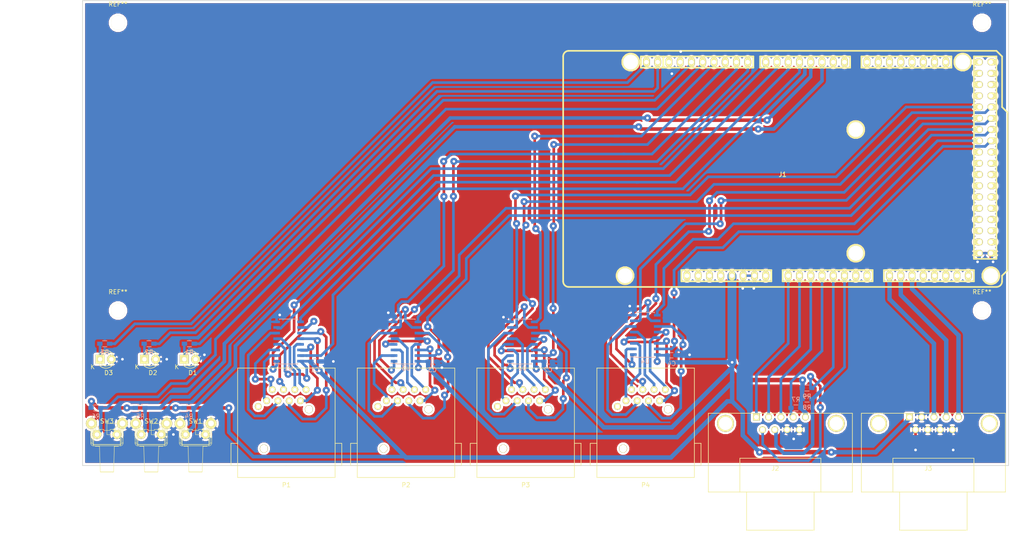
<source format=kicad_pcb>
(kicad_pcb (version 4) (host pcbnew 4.1.0-alpha+201607130321+6976~46~ubuntu14.04.1-product)
  (layers (0 F.Cu signal) (31 B.Cu signal) (34 B.Paste user) (35 F.Paste user) (36 B.SilkS user) (37 F.SilkS user) (38 B.Mask user) (39 F.Mask user) (44 Edge.Cuts user))
  (net 0 "")
  (net 1 VCC)
  (net 2 GND)
  (net 3 "Net-(D1-Pad1)")
  (net 4 "Net-(D2-Pad1)")
  (net 5 "Net-(D3-Pad1)")
  (net 6 "Net-(J1-Pad2)")
  (net 7 "Net-(J1-Pad3)")
  (net 8 "Net-(J1-Pad4)")
  (net 9 "Net-(J1-Pad8)")
  (net 10 /JOY_REF)
  (net 11 /JOY_X)
  (net 12 /JOY_Y)
  (net 13 /JOY_BUTTON_DEADMAN)
  (net 14 /JOY_BUTTON_BOT)
  (net 15 /JOY_BUTTON_TOP)
  (net 16 "Net-(J1-Pad15)")
  (net 17 "Net-(J1-Pad16)")
  (net 18 "Net-(J1-Pad20)")
  (net 19 "Net-(J1-Pad21)")
  (net 20 "Net-(J1-Pad22)")
  (net 21 "Net-(J1-Pad23)")
  (net 22 "Net-(J1-Pad24)")
  (net 23 "Net-(J1-Pad26)")
  (net 24 "Net-(J1-Pad27)")
  (net 25 "Net-(J1-Pad28)")
  (net 26 "Net-(J1-Pad29)")
  (net 27 "Net-(J1-Pad30)")
  (net 28 "Net-(J1-Pad31)")
  (net 29 "Net-(J1-Pad32)")
  (net 30 "Net-(J1-Pad33)")
  (net 31 "Net-(J1-Pad34)")
  (net 32 /STEP_AUX2)
  (net 33 /STEP_AUX1)
  (net 34 /STEP_FOCUS)
  (net 35 /STEP_TILT)
  (net 36 "Net-(J1-Pad39)")
  (net 37 "Net-(J1-Pad40)")
  (net 38 "Net-(J1-Pad41)")
  (net 39 "Net-(J1-Pad44)")
  (net 40 "Net-(J1-Pad45)")
  (net 41 "Net-(J1-Pad46)")
  (net 42 "Net-(J1-Pad47)")
  (net 43 "Net-(J1-Pad48)")
  (net 44 "Net-(J1-Pad49)")
  (net 45 "Net-(J1-Pad50)")
  (net 46 "Net-(J1-Pad51)")
  (net 47 "Net-(J1-Pad52)")
  (net 48 /DIR_AUX2)
  (net 49 /DIR_AUX1)
  (net 50 /DIR_FOCUS)
  (net 51 /DIR_TILT)
  (net 52 "Net-(J1-Pad57)")
  (net 53 "Net-(J1-Pad58)")
  (net 54 "Net-(J1-Pad59)")
  (net 55 "Net-(J1-Pad61)")
  (net 56 "Net-(J1-Pad62)")
  (net 57 "Net-(J1-Pad63)")
  (net 58 "Net-(J1-Pad64)")
  (net 59 "Net-(J1-Pad65)")
  (net 60 "Net-(J1-Pad66)")
  (net 61 "Net-(J1-Pad67)")
  (net 62 "Net-(J1-Pad68)")
  (net 63 "Net-(J1-Pad69)")
  (net 64 "Net-(J1-Pad70)")
  (net 65 /STEP_X)
  (net 66 /DIR_X)
  (net 67 /STEP_Y)
  (net 68 /DIR_Y)
  (net 69 /STEP_Z)
  (net 70 /DIR_Z)
  (net 71 /STEP_PAN)
  (net 72 /DIR_PAN)
  (net 73 "Net-(J1-Pad84)")
  (net 74 /END_SW2)
  (net 75 /END_SW3)
  (net 76 /END_SW1)
  (net 77 "Net-(P1-Pad1)")
  (net 78 "Net-(P1-Pad3)")
  (net 79 "Net-(P1-Pad5)")
  (net 80 "Net-(P1-Pad7)")
  (net 81 "Net-(P1-Pad2)")
  (net 82 "Net-(P1-Pad4)")
  (net 83 "Net-(P1-Pad6)")
  (net 84 "Net-(P1-Pad8)")
  (net 85 "Net-(P2-Pad1)")
  (net 86 "Net-(P2-Pad3)")
  (net 87 "Net-(P2-Pad5)")
  (net 88 "Net-(P2-Pad7)")
  (net 89 "Net-(P2-Pad2)")
  (net 90 "Net-(P2-Pad4)")
  (net 91 "Net-(P2-Pad6)")
  (net 92 "Net-(P2-Pad8)")
  (net 93 "Net-(P3-Pad1)")
  (net 94 "Net-(P3-Pad3)")
  (net 95 "Net-(P3-Pad5)")
  (net 96 "Net-(P3-Pad7)")
  (net 97 "Net-(P3-Pad2)")
  (net 98 "Net-(P3-Pad4)")
  (net 99 "Net-(P3-Pad6)")
  (net 100 "Net-(P3-Pad8)")
  (net 101 "Net-(P4-Pad1)")
  (net 102 "Net-(P4-Pad3)")
  (net 103 "Net-(P4-Pad5)")
  (net 104 "Net-(P4-Pad7)")
  (net 105 "Net-(P4-Pad2)")
  (net 106 "Net-(P4-Pad4)")
  (net 107 "Net-(P4-Pad6)")
  (net 108 "Net-(P4-Pad8)")
  (net 109 /LED1)
  (net 110 /LED2)
  (net 111 /LED3)
  (net 112 /SW1)
  (net 113 /SW2)
  (net 114 /SW3)
  (module Mounting_Holes:MountingHole_3.2mm_M3 (layer F.Cu) (at 75 45)
    (fp_text reference REF** (at 0 -4.2) (layer F.SilkS))
    (fp_text value MountingHole_3.2mm_M3)
    (pad 1 np_thru_hole circle (at 0 0) (size 3.2 3.2) (drill 3.2) (layers *.Cu *.Mask F.SilkS))
  )
  (module Mounting_Holes:MountingHole_3.2mm_M3 (layer F.Cu) (at 270 45)
    (fp_text reference REF** (at 0 -4.2) (layer F.SilkS))
    (fp_text value MountingHole_3.2mm_M3)
    (pad 1 np_thru_hole circle (at 0 0) (size 3.2 3.2) (drill 3.2) (layers *.Cu *.Mask F.SilkS))
  )
  (module Mounting_Holes:MountingHole_3.2mm_M3 (layer F.Cu) (at 75 110)
    (fp_text reference REF** (at 0 -4.2) (layer F.SilkS))
    (fp_text value MountingHole_3.2mm_M3)
    (pad 1 np_thru_hole circle (at 0 0) (size 3.2 3.2) (drill 3.2) (layers *.Cu *.Mask F.SilkS))
  )
  (module alps:SKHHLR (layer F.Cu) (at 82.5 135.5)
    (fp_text reference SW2 (at 0 -0.5) (layer F.SilkS))
    (fp_text value SW_PUSH hide)
    (pad G thru_hole circle (at -3.5 0) (size 2.5 2.5) (drill 1.3) (layers *.Cu *.Mask F.SilkS) (net 2 GND))
    (pad G thru_hole circle (at 3.5 0) (size 2.5 2.5) (drill 1.3) (layers *.Cu *.Mask F.SilkS) (net 2 GND))
    (pad 1 thru_hole circle (at -2.25 2.5) (size 2 2) (drill 1) (layers *.Cu *.Mask F.SilkS) (net 113 /SW2))
    (pad 2 thru_hole circle (at 2.25 2.5) (size 2 2) (drill 1) (layers *.Cu *.Mask F.SilkS) (net 2 GND))
  )
  (module alps:SKHHLR (layer F.Cu) (at 72.5 135.5)
    (fp_text reference SW3 (at 0 -0.5) (layer F.SilkS))
    (fp_text value SW_PUSH hide)
    (pad G thru_hole circle (at -3.5 0) (size 2.5 2.5) (drill 1.3) (layers *.Cu *.Mask F.SilkS) (net 2 GND))
    (pad G thru_hole circle (at 3.5 0) (size 2.5 2.5) (drill 1.3) (layers *.Cu *.Mask F.SilkS) (net 2 GND))
    (pad 1 thru_hole circle (at -2.25 2.5) (size 2 2) (drill 1) (layers *.Cu *.Mask F.SilkS) (net 114 /SW3))
    (pad 2 thru_hole circle (at 2.25 2.5) (size 2 2) (drill 1) (layers *.Cu *.Mask F.SilkS) (net 2 GND))
  )
  (module alps:SKHHLR (layer F.Cu) (at 92.5 135.5)
    (fp_text reference SW1 (at 0 -0.5) (layer F.SilkS))
    (fp_text value SW_PUSH hide)
    (pad G thru_hole circle (at -3.5 0) (size 2.5 2.5) (drill 1.3) (layers *.Cu *.Mask F.SilkS) (net 2 GND))
    (pad G thru_hole circle (at 3.5 0) (size 2.5 2.5) (drill 1.3) (layers *.Cu *.Mask F.SilkS) (net 2 GND))
    (pad 1 thru_hole circle (at -2.25 2.5) (size 2 2) (drill 1) (layers *.Cu *.Mask F.SilkS) (net 112 /SW1))
    (pad 2 thru_hole circle (at 2.25 2.5) (size 2 2) (drill 1) (layers *.Cu *.Mask F.SilkS) (net 2 GND))
  )
  (module DB9MC (layer F.Cu) (at 259.155 135.5 180)
    (fp_text reference J3 (at 1.27 -10.16 180) (layer F.SilkS))
    (fp_text value DB9)
    (pad "" thru_hole circle (at 12.5 0 180) (size 3.81 3.81) (drill 3.048) (layers *.Cu *.Mask F.SilkS))
    (pad "" thru_hole circle (at -12.5 0 180) (size 3.81 3.81) (drill 3.048) (layers *.Cu *.Mask F.SilkS))
    (pad 1 thru_hole rect (at 5.54 1.42 180) (size 1.524 1.524) (drill 1.016) (layers *.Cu *.Mask F.SilkS) (net 1 VCC))
    (pad 2 thru_hole circle (at 2.77 1.42 180) (size 1.524 1.524) (drill 1.016) (layers *.Cu *.Mask F.SilkS) (net 2 GND))
    (pad 3 thru_hole circle (at 0 1.42 180) (size 1.524 1.524) (drill 1.016) (layers *.Cu *.Mask F.SilkS) (net 76 /END_SW1))
    (pad 4 thru_hole circle (at -2.77 1.42 180) (size 1.524 1.524) (drill 1.016) (layers *.Cu *.Mask F.SilkS) (net 74 /END_SW2))
    (pad 5 thru_hole circle (at -5.54 1.42 180) (size 1.524 1.524) (drill 1.016) (layers *.Cu *.Mask F.SilkS) (net 75 /END_SW3))
    (pad 9 thru_hole circle (at -4.155 -1.42 180) (size 1.524 1.524) (drill 1.016) (layers *.Cu *.Mask F.SilkS) (net 2 GND))
    (pad 8 thru_hole circle (at -1.385 -1.42 180) (size 1.524 1.524) (drill 1.016) (layers *.Cu *.Mask F.SilkS) (net 2 GND))
    (pad 7 thru_hole circle (at 1.385 -1.42 180) (size 1.524 1.524) (drill 1.016) (layers *.Cu *.Mask F.SilkS) (net 2 GND))
    (pad 6 thru_hole circle (at 4.155 -1.42 180) (size 1.524 1.524) (drill 1.016) (layers *.Cu *.Mask F.SilkS) (net 2 GND))
  )
  (module Capacitors_SMD:C_0603_HandSoldering (layer B.Cu) (at 119.5 121.5)
    (fp_text reference C1 (at 0 1.9) (layer B.SilkS) (effects (justify mirror)))
    (fp_text value C)
    (pad 1 smd rect (at -0.95 0) (size 1.2 0.75) (layers B.Cu B.Paste B.Mask) (net 1 VCC))
    (pad 2 smd rect (at 0.95 0) (size 1.2 0.75) (layers B.Cu B.Paste B.Mask) (net 2 GND))
  )
  (module Capacitors_SMD:C_0603_HandSoldering (layer B.Cu) (at 172.0718 121.499626)
    (fp_text reference C2 (at 0 1.9) (layer B.SilkS) (effects (justify mirror)))
    (fp_text value C)
    (pad 1 smd rect (at -0.95 0) (size 1.2 0.75) (layers B.Cu B.Paste B.Mask) (net 1 VCC))
    (pad 2 smd rect (at 0.95 0) (size 1.2 0.75) (layers B.Cu B.Paste B.Mask) (net 2 GND))
  )
  (module Capacitors_SMD:C_0603_HandSoldering (layer B.Cu) (at 145.95 121.5)
    (fp_text reference C3 (at 0 1.9) (layer B.SilkS) (effects (justify mirror)))
    (fp_text value C)
    (pad 1 smd rect (at -0.95 0) (size 1.2 0.75) (layers B.Cu B.Paste B.Mask) (net 1 VCC))
    (pad 2 smd rect (at 0.95 0) (size 1.2 0.75) (layers B.Cu B.Paste B.Mask) (net 2 GND))
  )
  (module Capacitors_SMD:C_0603_HandSoldering (layer B.Cu) (at 199.95 120.1)
    (fp_text reference C4 (at 0 1.9) (layer B.SilkS) (effects (justify mirror)))
    (fp_text value C)
    (pad 1 smd rect (at -0.95 0) (size 1.2 0.75) (layers B.Cu B.Paste B.Mask) (net 1 VCC))
    (pad 2 smd rect (at 0.95 0) (size 1.2 0.75) (layers B.Cu B.Paste B.Mask) (net 2 GND))
  )
  (module LEDs:LED-3MM (layer F.Cu) (at 89.96 121)
    (fp_text reference D1 (at 1.91 3.06) (layer F.SilkS))
    (fp_text value LED)
    (fp_text user K (at -1.69 1.74) (layer F.SilkS))
    (pad 1 thru_hole rect (at 0 0 90) (size 2 2) (drill 1.00076) (layers *.Cu *.Mask F.SilkS) (net 3 "Net-(D1-Pad1)"))
    (pad 2 thru_hole circle (at 2.54 0) (size 2 2) (drill 1.00076) (layers *.Cu *.Mask F.SilkS) (net 2 GND))
  )
  (module LEDs:LED-3MM (layer F.Cu) (at 80.96 121)
    (fp_text reference D2 (at 1.91 3.06) (layer F.SilkS))
    (fp_text value LED)
    (fp_text user K (at -1.69 1.74) (layer F.SilkS))
    (pad 1 thru_hole rect (at 0 0 90) (size 2 2) (drill 1.00076) (layers *.Cu *.Mask F.SilkS) (net 4 "Net-(D2-Pad1)"))
    (pad 2 thru_hole circle (at 2.54 0) (size 2 2) (drill 1.00076) (layers *.Cu *.Mask F.SilkS) (net 2 GND))
  )
  (module LEDs:LED-3MM (layer F.Cu) (at 70.96 121)
    (fp_text reference D3 (at 1.91 3.06) (layer F.SilkS))
    (fp_text value LED)
    (fp_text user K (at -1.69 1.74) (layer F.SilkS))
    (pad 1 thru_hole rect (at 0 0 90) (size 2 2) (drill 1.00076) (layers *.Cu *.Mask F.SilkS) (net 5 "Net-(D3-Pad1)"))
    (pad 2 thru_hole circle (at 2.54 0) (size 2 2) (drill 1.00076) (layers *.Cu *.Mask F.SilkS) (net 2 GND))
  )
  (module w_conn_misc:arduino_mega_header (layer F.Cu) (at 225 78)
    (fp_text reference J1 (at 0 1.27) (layer F.SilkS) (effects (font (size 1.016 1.016) (thickness 0.2032))))
    (fp_text value Arduino_Mega_Header hide)
    (pad 1 thru_hole oval (at -21.59 24.13) (size 1.524 2.19964) (drill 1.00076) (layers *.Cu *.Mask F.SilkS))
    (pad 2 thru_hole oval (at -19.05 24.13) (size 1.524 2.19964) (drill 1.00076) (layers *.Cu *.Mask F.SilkS) (net 6 "Net-(J1-Pad2)"))
    (pad 3 thru_hole oval (at -16.51 24.13) (size 1.524 2.19964) (drill 1.00076) (layers *.Cu *.Mask F.SilkS) (net 7 "Net-(J1-Pad3)"))
    (pad 4 thru_hole oval (at -13.97 24.13) (size 1.524 2.19964) (drill 1.00076) (layers *.Cu *.Mask F.SilkS) (net 8 "Net-(J1-Pad4)"))
    (pad 5 thru_hole oval (at -11.43 24.13) (size 1.524 2.19964) (drill 1.00076) (layers *.Cu *.Mask F.SilkS) (net 1 VCC))
    (pad 6 thru_hole oval (at -8.89 24.13) (size 1.524 2.19964) (drill 1.00076) (layers *.Cu *.Mask F.SilkS) (net 2 GND))
    (pad 7 thru_hole oval (at -6.35 24.13) (size 1.524 2.19964) (drill 1.00076) (layers *.Cu *.Mask F.SilkS) (net 2 GND))
    (pad 8 thru_hole oval (at -3.81 24.13) (size 1.524 2.19964) (drill 1.00076) (layers *.Cu *.Mask F.SilkS) (net 9 "Net-(J1-Pad8)"))
    (pad 9 thru_hole oval (at 1.27 24.13) (size 1.524 2.19964) (drill 1.00076) (layers *.Cu *.Mask F.SilkS) (net 10 /JOY_REF))
    (pad 10 thru_hole oval (at 3.81 24.13) (size 1.524 2.19964) (drill 1.00076) (layers *.Cu *.Mask F.SilkS) (net 11 /JOY_X))
    (pad 11 thru_hole oval (at 6.35 24.13) (size 1.524 2.19964) (drill 1.00076) (layers *.Cu *.Mask F.SilkS) (net 12 /JOY_Y))
    (pad 12 thru_hole oval (at 8.89 24.13) (size 1.524 2.19964) (drill 1.00076) (layers *.Cu *.Mask F.SilkS) (net 13 /JOY_BUTTON_DEADMAN))
    (pad 13 thru_hole oval (at 11.43 24.13) (size 1.524 2.19964) (drill 1.00076) (layers *.Cu *.Mask F.SilkS) (net 14 /JOY_BUTTON_BOT))
    (pad 14 thru_hole oval (at 13.97 24.13) (size 1.524 2.19964) (drill 1.00076) (layers *.Cu *.Mask F.SilkS) (net 15 /JOY_BUTTON_TOP))
    (pad 15 thru_hole oval (at 16.51 24.13) (size 1.524 2.19964) (drill 1.00076) (layers *.Cu *.Mask F.SilkS) (net 16 "Net-(J1-Pad15)"))
    (pad 16 thru_hole oval (at 19.05 24.13) (size 1.524 2.19964) (drill 1.00076) (layers *.Cu *.Mask F.SilkS) (net 17 "Net-(J1-Pad16)"))
    (pad 17 thru_hole oval (at 24.13 24.13) (size 1.524 2.19964) (drill 1.00076) (layers *.Cu *.Mask F.SilkS) (net 76 /END_SW1))
    (pad 18 thru_hole oval (at 26.67 24.13) (size 1.524 2.19964) (drill 1.00076) (layers *.Cu *.Mask F.SilkS) (net 74 /END_SW2))
    (pad 19 thru_hole oval (at 29.21 24.13) (size 1.524 2.19964) (drill 1.00076) (layers *.Cu *.Mask F.SilkS) (net 75 /END_SW3))
    (pad 20 thru_hole oval (at 31.75 24.13) (size 1.524 2.1971) (drill 1.00076) (layers *.Cu *.Mask F.SilkS) (net 18 "Net-(J1-Pad20)"))
    (pad 21 thru_hole oval (at 34.29 24.13) (size 1.524 2.1971) (drill 1.00076) (layers *.Cu *.Mask F.SilkS) (net 19 "Net-(J1-Pad21)"))
    (pad 22 thru_hole oval (at 36.83 24.13) (size 1.524 2.1971) (drill 1.00076) (layers *.Cu *.Mask F.SilkS) (net 20 "Net-(J1-Pad22)"))
    (pad 23 thru_hole oval (at 39.37 24.13) (size 1.524 2.1971) (drill 1.00076) (layers *.Cu *.Mask F.SilkS) (net 21 "Net-(J1-Pad23)"))
    (pad 24 thru_hole oval (at 41.91 24.13) (size 1.524 2.1971) (drill 1.00076) (layers *.Cu *.Mask F.SilkS) (net 22 "Net-(J1-Pad24)"))
    (pad "" np_thru_hole circle (at -35.56 24.13) (size 3.19786 3.19786) (drill 3.19786) (layers *.Cu *.Mask F.SilkS))
    (pad "" np_thru_hole circle (at 16.51 19.05) (size 3.19786 3.19786) (drill 3.19786) (layers *.Cu *.Mask F.SilkS))
    (pad "" np_thru_hole circle (at 46.99 24.13) (size 3.19786 3.19786) (drill 3.19786) (layers *.Cu *.Mask F.SilkS))
    (pad 25 thru_hole oval (at 44.45 19.05) (size 1.99898 1.53924) (drill 1.00076 (offset -0.24892 0)) (layers *.Cu *.Mask F.SilkS) (net 2 GND))
    (pad 26 thru_hole oval (at 44.45 16.51) (size 1.99898 1.53924) (drill 1.00076 (offset -0.24892 0)) (layers *.Cu *.Mask F.SilkS) (net 23 "Net-(J1-Pad26)"))
    (pad 27 thru_hole oval (at 44.45 13.97) (size 1.99898 1.53924) (drill 1.00076 (offset -0.24892 0)) (layers *.Cu *.Mask F.SilkS) (net 24 "Net-(J1-Pad27)"))
    (pad 28 thru_hole oval (at 44.45 11.43) (size 1.99898 1.53924) (drill 1.00076 (offset -0.24892 0)) (layers *.Cu *.Mask F.SilkS) (net 25 "Net-(J1-Pad28)"))
    (pad 29 thru_hole oval (at 44.45 8.89) (size 1.99898 1.53924) (drill 1.00076 (offset -0.24892 0)) (layers *.Cu *.Mask F.SilkS) (net 26 "Net-(J1-Pad29)"))
    (pad 30 thru_hole oval (at 44.45 6.35) (size 1.99898 1.53924) (drill 1.00076 (offset -0.24892 0)) (layers *.Cu *.Mask F.SilkS) (net 27 "Net-(J1-Pad30)"))
    (pad 31 thru_hole oval (at 44.45 3.81) (size 1.99898 1.53924) (drill 1.00076 (offset -0.24892 0)) (layers *.Cu *.Mask F.SilkS) (net 28 "Net-(J1-Pad31)"))
    (pad 32 thru_hole oval (at 44.45 1.27) (size 1.99898 1.53924) (drill 1.00076 (offset -0.24892 0)) (layers *.Cu *.Mask F.SilkS) (net 29 "Net-(J1-Pad32)"))
    (pad 33 thru_hole oval (at 44.45 -1.27) (size 1.99898 1.53924) (drill 1.00076 (offset -0.24892 0)) (layers *.Cu *.Mask F.SilkS) (net 30 "Net-(J1-Pad33)"))
    (pad 34 thru_hole oval (at 44.45 -3.81) (size 1.99898 1.53924) (drill 1.00076 (offset -0.24892 0)) (layers *.Cu *.Mask F.SilkS) (net 31 "Net-(J1-Pad34)"))
    (pad 35 thru_hole oval (at 44.45 -6.35) (size 1.99898 1.53924) (drill 1.00076 (offset -0.24892 0)) (layers *.Cu *.Mask F.SilkS) (net 32 /STEP_AUX2))
    (pad 36 thru_hole oval (at 44.45 -8.89) (size 1.99898 1.53924) (drill 1.00076 (offset -0.24892 0)) (layers *.Cu *.Mask F.SilkS) (net 33 /STEP_AUX1))
    (pad 37 thru_hole oval (at 44.45 -11.43) (size 1.99898 1.53924) (drill 1.00076 (offset -0.24892 0)) (layers *.Cu *.Mask F.SilkS) (net 34 /STEP_FOCUS))
    (pad 38 thru_hole oval (at 44.45 -13.97) (size 1.99898 1.53924) (drill 1.00076 (offset -0.24892 0)) (layers *.Cu *.Mask F.SilkS) (net 35 /STEP_TILT))
    (pad 39 thru_hole oval (at 44.45 -16.51) (size 1.99898 1.53924) (drill 1.00076 (offset -0.24892 0)) (layers *.Cu *.Mask F.SilkS) (net 36 "Net-(J1-Pad39)"))
    (pad 40 thru_hole oval (at 44.45 -19.05) (size 1.99898 1.53924) (drill 1.00076 (offset -0.24892 0)) (layers *.Cu *.Mask F.SilkS) (net 37 "Net-(J1-Pad40)"))
    (pad 41 thru_hole oval (at 44.45 -21.59) (size 1.99898 1.53924) (drill 1.00076 (offset -0.24892 0)) (layers *.Cu *.Mask F.SilkS) (net 38 "Net-(J1-Pad41)"))
    (pad 42 thru_hole oval (at 44.45 -24.13) (size 1.99898 1.53924) (drill 1.00076 (offset -0.24892 0)) (layers *.Cu *.Mask F.SilkS) (net 1 VCC))
    (pad 43 thru_hole oval (at 46.99 19.05) (size 1.99898 1.5367) (drill 1.00076 (offset 0.24638 0)) (layers *.Cu *.Mask F.SilkS) (net 2 GND))
    (pad 44 thru_hole oval (at 46.99 16.51) (size 1.99898 1.5367) (drill 1.00076 (offset 0.24638 0)) (layers *.Cu *.Mask F.SilkS) (net 39 "Net-(J1-Pad44)"))
    (pad 45 thru_hole oval (at 46.99 13.97) (size 1.99898 1.5367) (drill 1.00076 (offset 0.24638 0)) (layers *.Cu *.Mask F.SilkS) (net 40 "Net-(J1-Pad45)"))
    (pad 46 thru_hole oval (at 46.99 11.43) (size 1.99898 1.5367) (drill 1.00076 (offset 0.24638 0)) (layers *.Cu *.Mask F.SilkS) (net 41 "Net-(J1-Pad46)"))
    (pad 47 thru_hole oval (at 46.99 8.89) (size 1.99898 1.5367) (drill 1.00076 (offset 0.24638 0)) (layers *.Cu *.Mask F.SilkS) (net 42 "Net-(J1-Pad47)"))
    (pad 48 thru_hole oval (at 46.99 6.35) (size 1.99898 1.5367) (drill 1.00076 (offset 0.24638 0)) (layers *.Cu *.Mask F.SilkS) (net 43 "Net-(J1-Pad48)"))
    (pad 49 thru_hole oval (at 46.99 3.81) (size 1.99898 1.5367) (drill 1.00076 (offset 0.24638 0)) (layers *.Cu *.Mask F.SilkS) (net 44 "Net-(J1-Pad49)"))
    (pad 50 thru_hole oval (at 46.99 1.27) (size 1.99898 1.5367) (drill 1.00076 (offset 0.24638 0)) (layers *.Cu *.Mask F.SilkS) (net 45 "Net-(J1-Pad50)"))
    (pad 51 thru_hole oval (at 46.99 -1.27) (size 1.99898 1.5367) (drill 1.00076 (offset 0.24638 0)) (layers *.Cu *.Mask F.SilkS) (net 46 "Net-(J1-Pad51)"))
    (pad 52 thru_hole oval (at 46.99 -3.81) (size 1.99898 1.5367) (drill 1.00076 (offset 0.24638 0)) (layers *.Cu *.Mask F.SilkS) (net 47 "Net-(J1-Pad52)"))
    (pad 53 thru_hole oval (at 46.99 -6.35) (size 1.99898 1.5367) (drill 1.00076 (offset 0.24638 0)) (layers *.Cu *.Mask F.SilkS) (net 48 /DIR_AUX2))
    (pad 54 thru_hole oval (at 46.99 -8.89) (size 1.99898 1.5367) (drill 1.00076 (offset 0.24638 0)) (layers *.Cu *.Mask F.SilkS) (net 49 /DIR_AUX1))
    (pad 55 thru_hole oval (at 46.99 -11.43) (size 1.99898 1.5367) (drill 1.00076 (offset 0.24638 0)) (layers *.Cu *.Mask F.SilkS) (net 50 /DIR_FOCUS))
    (pad 56 thru_hole oval (at 46.99 -13.97) (size 1.99898 1.5367) (drill 1.00076 (offset 0.24638 0)) (layers *.Cu *.Mask F.SilkS) (net 51 /DIR_TILT))
    (pad 57 thru_hole oval (at 46.99 -16.51) (size 1.99898 1.5367) (drill 1.00076 (offset 0.24638 0)) (layers *.Cu *.Mask F.SilkS) (net 52 "Net-(J1-Pad57)"))
    (pad 58 thru_hole oval (at 46.99 -19.05) (size 1.99898 1.5367) (drill 1.00076 (offset 0.24638 0)) (layers *.Cu *.Mask F.SilkS) (net 53 "Net-(J1-Pad58)"))
    (pad 59 thru_hole oval (at 46.99 -21.59) (size 1.99898 1.5367) (drill 1.00076 (offset 0.24638 0)) (layers *.Cu *.Mask F.SilkS) (net 54 "Net-(J1-Pad59)"))
    (pad 60 thru_hole oval (at 46.99 -24.13) (size 1.99898 1.5367) (drill 1.00076 (offset 0.24638 0)) (layers *.Cu *.Mask F.SilkS) (net 1 VCC))
    (pad 61 thru_hole oval (at 36.83 -24.13) (size 1.524 2.1971) (drill 1.00076) (layers *.Cu *.Mask F.SilkS) (net 55 "Net-(J1-Pad61)"))
    (pad 62 thru_hole oval (at 34.29 -24.13) (size 1.524 2.1971) (drill 1.00076) (layers *.Cu *.Mask F.SilkS) (net 56 "Net-(J1-Pad62)"))
    (pad 63 thru_hole oval (at 31.75 -24.13) (size 1.524 2.1971) (drill 1.00076) (layers *.Cu *.Mask F.SilkS) (net 57 "Net-(J1-Pad63)"))
    (pad 64 thru_hole oval (at 29.21 -24.13) (size 1.524 2.1971) (drill 1.00076) (layers *.Cu *.Mask F.SilkS) (net 58 "Net-(J1-Pad64)"))
    (pad 65 thru_hole oval (at 26.67 -24.13) (size 1.524 2.1971) (drill 1.00076) (layers *.Cu *.Mask F.SilkS) (net 59 "Net-(J1-Pad65)"))
    (pad 66 thru_hole oval (at 24.13 -24.13) (size 1.524 2.1971) (drill 1.00076) (layers *.Cu *.Mask F.SilkS) (net 60 "Net-(J1-Pad66)"))
    (pad 67 thru_hole oval (at 21.59 -24.13) (size 1.524 2.1971) (drill 1.00076) (layers *.Cu *.Mask F.SilkS) (net 61 "Net-(J1-Pad67)"))
    (pad 68 thru_hole oval (at 19.05 -24.13) (size 1.524 2.1971) (drill 1.00076) (layers *.Cu *.Mask F.SilkS) (net 62 "Net-(J1-Pad68)"))
    (pad 69 thru_hole oval (at 13.97 -24.13) (size 1.524 2.1971) (drill 1.00076) (layers *.Cu *.Mask F.SilkS) (net 63 "Net-(J1-Pad69)"))
    (pad 70 thru_hole oval (at 11.43 -24.13) (size 1.524 2.1971) (drill 1.00076) (layers *.Cu *.Mask F.SilkS) (net 64 "Net-(J1-Pad70)"))
    (pad 71 thru_hole oval (at 8.89 -24.13) (size 1.524 2.1971) (drill 1.00076) (layers *.Cu *.Mask F.SilkS) (net 112 /SW1))
    (pad 72 thru_hole oval (at 6.35 -24.13) (size 1.524 2.1971) (drill 1.00076) (layers *.Cu *.Mask F.SilkS) (net 113 /SW2))
    (pad 73 thru_hole oval (at 3.81 -24.13) (size 1.524 2.1971) (drill 1.00076) (layers *.Cu *.Mask F.SilkS) (net 65 /STEP_X))
    (pad 74 thru_hole oval (at 1.27 -24.13) (size 1.524 2.1971) (drill 1.00076) (layers *.Cu *.Mask F.SilkS) (net 66 /DIR_X))
    (pad 75 thru_hole oval (at -1.27 -24.13) (size 1.524 2.1971) (drill 1.00076) (layers *.Cu *.Mask F.SilkS) (net 67 /STEP_Y))
    (pad 76 thru_hole oval (at -3.81 -24.13) (size 1.524 2.1971) (drill 1.00076) (layers *.Cu *.Mask F.SilkS) (net 68 /DIR_Y))
    (pad 77 thru_hole oval (at -7.874 -24.13) (size 1.524 2.1971) (drill 1.00076) (layers *.Cu *.Mask F.SilkS) (net 69 /STEP_Z))
    (pad 78 thru_hole oval (at -10.414 -24.13) (size 1.524 2.1971) (drill 1.00076) (layers *.Cu *.Mask F.SilkS) (net 70 /DIR_Z))
    (pad 79 thru_hole oval (at -12.954 -24.13) (size 1.524 2.1971) (drill 1.00076) (layers *.Cu *.Mask F.SilkS) (net 71 /STEP_PAN))
    (pad 80 thru_hole oval (at -15.494 -24.13) (size 1.524 2.1971) (drill 1.00076) (layers *.Cu *.Mask F.SilkS) (net 72 /DIR_PAN))
    (pad 81 thru_hole oval (at -18.034 -24.13) (size 1.524 2.1971) (drill 1.00076) (layers *.Cu *.Mask F.SilkS) (net 114 /SW3))
    (pad 82 thru_hole oval (at -20.574 -24.13) (size 1.524 2.1971) (drill 1.00076) (layers *.Cu *.Mask F.SilkS) (net 109 /LED1))
    (pad 83 thru_hole oval (at -23.114 -24.13) (size 1.524 2.1971) (drill 1.00076) (layers *.Cu *.Mask F.SilkS) (net 2 GND))
    (pad 84 thru_hole oval (at -25.654 -24.13) (size 1.524 2.1971) (drill 1.00076) (layers *.Cu *.Mask F.SilkS) (net 73 "Net-(J1-Pad84)"))
    (pad "" np_thru_hole circle (at 40.64 -24.13) (size 3.19786 3.19786) (drill 3.19786) (layers *.Cu *.Mask F.SilkS))
    (pad "" np_thru_hole circle (at -34.29 -24.13) (size 3.19786 3.19786) (drill 3.19786) (layers *.Cu *.Mask F.SilkS))
    (pad 85 thru_hole oval (at -28.194 -24.13) (size 1.524 2.1971) (drill 1.00076) (layers *.Cu *.Mask F.SilkS) (net 110 /LED2))
    (pad 86 thru_hole oval (at -30.734 -24.13) (size 1.524 2.1971) (drill 1.00076) (layers *.Cu *.Mask F.SilkS) (net 111 /LED3))
    (pad "" np_thru_hole circle (at 16.51 -8.89) (size 3.19786 3.19786) (drill 3.19786) (layers *.Cu *.Mask F.SilkS))
  )
  (module neutrik:NE8FAH (layer F.Cu) (at 113 145 180)
    (fp_text reference P1 (at 0 -4.4 180) (layer F.SilkS))
    (fp_text value CONN_01X08)
    (pad 1 thru_hole circle (at 4.445 14.605 180) (size 1.524 1.524) (drill 0.8) (layers *.Cu *.Mask F.SilkS) (net 77 "Net-(P1-Pad1)"))
    (pad 3 thru_hole circle (at 1.905 14.605 180) (size 1.524 1.524) (drill 0.8) (layers *.Cu *.Mask F.SilkS) (net 78 "Net-(P1-Pad3)"))
    (pad 5 thru_hole circle (at -0.635 14.605 180) (size 1.524 1.524) (drill 0.8) (layers *.Cu *.Mask F.SilkS) (net 79 "Net-(P1-Pad5)"))
    (pad 7 thru_hole circle (at -3.175 14.605 180) (size 1.524 1.524) (drill 0.8) (layers *.Cu *.Mask F.SilkS) (net 80 "Net-(P1-Pad7)"))
    (pad 2 thru_hole circle (at 3.175 17.145 180) (size 1.524 1.524) (drill 0.8) (layers *.Cu *.Mask F.SilkS) (net 81 "Net-(P1-Pad2)"))
    (pad 4 thru_hole circle (at 0.635 17.145 180) (size 1.524 1.524) (drill 0.8) (layers *.Cu *.Mask F.SilkS) (net 82 "Net-(P1-Pad4)"))
    (pad 6 thru_hole circle (at -1.905 17.145 180) (size 1.524 1.524) (drill 0.8) (layers *.Cu *.Mask F.SilkS) (net 83 "Net-(P1-Pad6)"))
    (pad 8 thru_hole circle (at -4.445 17.145 180) (size 1.524 1.524) (drill 0.8) (layers *.Cu *.Mask F.SilkS) (net 84 "Net-(P1-Pad8)"))
    (pad G thru_hole circle (at 6.35 13.335 180) (size 1.524 1.524) (drill 0.9) (layers *.Cu *.Mask F.SilkS))
    (pad "" np_thru_hole circle (at 5.08 3.81 180) (size 1.8 1.8) (drill 1.6) (layers *.Cu *.Mask F.SilkS))
    (pad "" np_thru_hole circle (at -5.08 12.7 180) (size 1.8 1.8) (drill 1.6) (layers *.Cu *.Mask F.SilkS))
  )
  (module neutrik:NE8FAH (layer F.Cu) (at 140 145 180)
    (fp_text reference P2 (at 0 -4.4 180) (layer F.SilkS))
    (fp_text value CONN_01X08)
    (pad 1 thru_hole circle (at 4.445 14.605 180) (size 1.524 1.524) (drill 0.8) (layers *.Cu *.Mask F.SilkS) (net 85 "Net-(P2-Pad1)"))
    (pad 3 thru_hole circle (at 1.905 14.605 180) (size 1.524 1.524) (drill 0.8) (layers *.Cu *.Mask F.SilkS) (net 86 "Net-(P2-Pad3)"))
    (pad 5 thru_hole circle (at -0.635 14.605 180) (size 1.524 1.524) (drill 0.8) (layers *.Cu *.Mask F.SilkS) (net 87 "Net-(P2-Pad5)"))
    (pad 7 thru_hole circle (at -3.175 14.605 180) (size 1.524 1.524) (drill 0.8) (layers *.Cu *.Mask F.SilkS) (net 88 "Net-(P2-Pad7)"))
    (pad 2 thru_hole circle (at 3.175 17.145 180) (size 1.524 1.524) (drill 0.8) (layers *.Cu *.Mask F.SilkS) (net 89 "Net-(P2-Pad2)"))
    (pad 4 thru_hole circle (at 0.635 17.145 180) (size 1.524 1.524) (drill 0.8) (layers *.Cu *.Mask F.SilkS) (net 90 "Net-(P2-Pad4)"))
    (pad 6 thru_hole circle (at -1.905 17.145 180) (size 1.524 1.524) (drill 0.8) (layers *.Cu *.Mask F.SilkS) (net 91 "Net-(P2-Pad6)"))
    (pad 8 thru_hole circle (at -4.445 17.145 180) (size 1.524 1.524) (drill 0.8) (layers *.Cu *.Mask F.SilkS) (net 92 "Net-(P2-Pad8)"))
    (pad G thru_hole circle (at 6.35 13.335 180) (size 1.524 1.524) (drill 0.9) (layers *.Cu *.Mask F.SilkS))
    (pad "" np_thru_hole circle (at 5.08 3.81 180) (size 1.8 1.8) (drill 1.6) (layers *.Cu *.Mask F.SilkS))
    (pad "" np_thru_hole circle (at -5.08 12.7 180) (size 1.8 1.8) (drill 1.6) (layers *.Cu *.Mask F.SilkS))
  )
  (module neutrik:NE8FAH (layer F.Cu) (at 167 145 180)
    (fp_text reference P3 (at 0 -4.4 180) (layer F.SilkS))
    (fp_text value CONN_01X08)
    (pad 1 thru_hole circle (at 4.445 14.605 180) (size 1.524 1.524) (drill 0.8) (layers *.Cu *.Mask F.SilkS) (net 93 "Net-(P3-Pad1)"))
    (pad 3 thru_hole circle (at 1.905 14.605 180) (size 1.524 1.524) (drill 0.8) (layers *.Cu *.Mask F.SilkS) (net 94 "Net-(P3-Pad3)"))
    (pad 5 thru_hole circle (at -0.635 14.605 180) (size 1.524 1.524) (drill 0.8) (layers *.Cu *.Mask F.SilkS) (net 95 "Net-(P3-Pad5)"))
    (pad 7 thru_hole circle (at -3.175 14.605 180) (size 1.524 1.524) (drill 0.8) (layers *.Cu *.Mask F.SilkS) (net 96 "Net-(P3-Pad7)"))
    (pad 2 thru_hole circle (at 3.175 17.145 180) (size 1.524 1.524) (drill 0.8) (layers *.Cu *.Mask F.SilkS) (net 97 "Net-(P3-Pad2)"))
    (pad 4 thru_hole circle (at 0.635 17.145 180) (size 1.524 1.524) (drill 0.8) (layers *.Cu *.Mask F.SilkS) (net 98 "Net-(P3-Pad4)"))
    (pad 6 thru_hole circle (at -1.905 17.145 180) (size 1.524 1.524) (drill 0.8) (layers *.Cu *.Mask F.SilkS) (net 99 "Net-(P3-Pad6)"))
    (pad 8 thru_hole circle (at -4.445 17.145 180) (size 1.524 1.524) (drill 0.8) (layers *.Cu *.Mask F.SilkS) (net 100 "Net-(P3-Pad8)"))
    (pad G thru_hole circle (at 6.35 13.335 180) (size 1.524 1.524) (drill 0.9) (layers *.Cu *.Mask F.SilkS))
    (pad "" np_thru_hole circle (at 5.08 3.81 180) (size 1.8 1.8) (drill 1.6) (layers *.Cu *.Mask F.SilkS))
    (pad "" np_thru_hole circle (at -5.08 12.7 180) (size 1.8 1.8) (drill 1.6) (layers *.Cu *.Mask F.SilkS))
  )
  (module neutrik:NE8FAH (layer F.Cu) (at 194.08 145 180)
    (fp_text reference P4 (at 0 -4.4 180) (layer F.SilkS))
    (fp_text value CONN_01X08)
    (pad 1 thru_hole circle (at 4.445 14.605 180) (size 1.524 1.524) (drill 0.8) (layers *.Cu *.Mask F.SilkS) (net 101 "Net-(P4-Pad1)"))
    (pad 3 thru_hole circle (at 1.905 14.605 180) (size 1.524 1.524) (drill 0.8) (layers *.Cu *.Mask F.SilkS) (net 102 "Net-(P4-Pad3)"))
    (pad 5 thru_hole circle (at -0.635 14.605 180) (size 1.524 1.524) (drill 0.8) (layers *.Cu *.Mask F.SilkS) (net 103 "Net-(P4-Pad5)"))
    (pad 7 thru_hole circle (at -3.175 14.605 180) (size 1.524 1.524) (drill 0.8) (layers *.Cu *.Mask F.SilkS) (net 104 "Net-(P4-Pad7)"))
    (pad 2 thru_hole circle (at 3.175 17.145 180) (size 1.524 1.524) (drill 0.8) (layers *.Cu *.Mask F.SilkS) (net 105 "Net-(P4-Pad2)"))
    (pad 4 thru_hole circle (at 0.635 17.145 180) (size 1.524 1.524) (drill 0.8) (layers *.Cu *.Mask F.SilkS) (net 106 "Net-(P4-Pad4)"))
    (pad 6 thru_hole circle (at -1.905 17.145 180) (size 1.524 1.524) (drill 0.8) (layers *.Cu *.Mask F.SilkS) (net 107 "Net-(P4-Pad6)"))
    (pad 8 thru_hole circle (at -4.445 17.145 180) (size 1.524 1.524) (drill 0.8) (layers *.Cu *.Mask F.SilkS) (net 108 "Net-(P4-Pad8)"))
    (pad G thru_hole circle (at 6.35 13.335 180) (size 1.524 1.524) (drill 0.9) (layers *.Cu *.Mask F.SilkS))
    (pad "" np_thru_hole circle (at 5.08 3.81 180) (size 1.8 1.8) (drill 1.6) (layers *.Cu *.Mask F.SilkS))
    (pad "" np_thru_hole circle (at -5.08 12.7 180) (size 1.8 1.8) (drill 1.6) (layers *.Cu *.Mask F.SilkS))
  )
  (module Resistors_SMD:R_0603_HandSoldering (layer B.Cu) (at 91.1 117.5)
    (fp_text reference R1 (at 0 1.9) (layer B.SilkS) (effects (justify mirror)))
    (fp_text value R)
    (pad 1 smd rect (at -1.1 0) (size 1.2 0.9) (layers B.Cu B.Paste B.Mask) (net 3 "Net-(D1-Pad1)"))
    (pad 2 smd rect (at 1.1 0) (size 1.2 0.9) (layers B.Cu B.Paste B.Mask) (net 109 /LED1))
  )
  (module Resistors_SMD:R_0603_HandSoldering (layer B.Cu) (at 82 117.5)
    (fp_text reference R2 (at 0 1.9) (layer B.SilkS) (effects (justify mirror)))
    (fp_text value R)
    (pad 1 smd rect (at -1.1 0) (size 1.2 0.9) (layers B.Cu B.Paste B.Mask) (net 4 "Net-(D2-Pad1)"))
    (pad 2 smd rect (at 1.1 0) (size 1.2 0.9) (layers B.Cu B.Paste B.Mask) (net 110 /LED2))
  )
  (module Resistors_SMD:R_0603_HandSoldering (layer B.Cu) (at 72 117.5)
    (fp_text reference R3 (at 0 1.9) (layer B.SilkS) (effects (justify mirror)))
    (fp_text value R)
    (pad 1 smd rect (at -1.1 0) (size 1.2 0.9) (layers B.Cu B.Paste B.Mask) (net 5 "Net-(D3-Pad1)"))
    (pad 2 smd rect (at 1.1 0) (size 1.2 0.9) (layers B.Cu B.Paste B.Mask) (net 111 /LED3))
  )
  (module Resistors_SMD:R_0603_HandSoldering (layer B.Cu) (at 91 132)
    (fp_text reference R4 (at 0 1.9) (layer B.SilkS) (effects (justify mirror)))
    (fp_text value R)
    (pad 1 smd rect (at -1.1 0) (size 1.2 0.9) (layers B.Cu B.Paste B.Mask) (net 1 VCC))
    (pad 2 smd rect (at 1.1 0) (size 1.2 0.9) (layers B.Cu B.Paste B.Mask) (net 112 /SW1))
  )
  (module Resistors_SMD:R_0603_HandSoldering (layer B.Cu) (at 80 132)
    (fp_text reference R5 (at 0 1.9) (layer B.SilkS) (effects (justify mirror)))
    (fp_text value R)
    (pad 1 smd rect (at -1.1 0) (size 1.2 0.9) (layers B.Cu B.Paste B.Mask) (net 1 VCC))
    (pad 2 smd rect (at 1.1 0) (size 1.2 0.9) (layers B.Cu B.Paste B.Mask) (net 113 /SW2))
  )
  (module Resistors_SMD:R_0603_HandSoldering (layer B.Cu) (at 70 132)
    (fp_text reference R6 (at 0 1.9) (layer B.SilkS) (effects (justify mirror)))
    (fp_text value R)
    (pad 1 smd rect (at -1.1 0) (size 1.2 0.9) (layers B.Cu B.Paste B.Mask) (net 1 VCC))
    (pad 2 smd rect (at 1.1 0) (size 1.2 0.9) (layers B.Cu B.Paste B.Mask) (net 114 /SW3))
  )
  (module Resistors_SMD:R_0603_HandSoldering (layer B.Cu) (at 228 132 180)
    (fp_text reference R7 (at 0 1.9 180) (layer B.SilkS) (effects (justify mirror)))
    (fp_text value 1k)
    (pad 1 smd rect (at -1.1 0 180) (size 1.2 0.9) (layers B.Cu B.Paste B.Mask) (net 1 VCC))
    (pad 2 smd rect (at 1.1 0 180) (size 1.2 0.9) (layers B.Cu B.Paste B.Mask) (net 13 /JOY_BUTTON_DEADMAN))
  )
  (module Resistors_SMD:R_0603_HandSoldering (layer B.Cu) (at 230.5 130)
    (fp_text reference R8 (at 0 1.9) (layer B.SilkS) (effects (justify mirror)))
    (fp_text value 1k)
    (pad 1 smd rect (at -1.1 0) (size 1.2 0.9) (layers B.Cu B.Paste B.Mask) (net 1 VCC))
    (pad 2 smd rect (at 1.1 0) (size 1.2 0.9) (layers B.Cu B.Paste B.Mask) (net 15 /JOY_BUTTON_TOP))
  )
  (module Resistors_SMD:R_0603_HandSoldering (layer B.Cu) (at 230.5 127.5)
    (fp_text reference R9 (at 0 1.9) (layer B.SilkS) (effects (justify mirror)))
    (fp_text value 1k)
    (pad 1 smd rect (at -1.1 0) (size 1.2 0.9) (layers B.Cu B.Paste B.Mask) (net 1 VCC))
    (pad 2 smd rect (at 1.1 0) (size 1.2 0.9) (layers B.Cu B.Paste B.Mask) (net 14 /JOY_BUTTON_BOT))
  )
  (module Housings_SOIC:SOIC-16_3.9x9.9mm_Pitch1.27mm (layer B.Cu) (at 113.5 117)
    (fp_text reference U1 (at 0 6) (layer B.SilkS) (effects (justify mirror)))
    (fp_text value MAX3040)
    (pad 1 smd rect (at -2.7 4.445) (size 1.5 0.6) (layers B.Cu B.Paste B.Mask) (net 68 /DIR_Y))
    (pad 2 smd rect (at -2.7 3.175) (size 1.5 0.6) (layers B.Cu B.Paste B.Mask) (net 77 "Net-(P1-Pad1)"))
    (pad 3 smd rect (at -2.7 1.905) (size 1.5 0.6) (layers B.Cu B.Paste B.Mask) (net 81 "Net-(P1-Pad2)"))
    (pad 4 smd rect (at -2.7 0.635) (size 1.5 0.6) (layers B.Cu B.Paste B.Mask) (net 1 VCC))
    (pad 5 smd rect (at -2.7 -0.635) (size 1.5 0.6) (layers B.Cu B.Paste B.Mask) (net 83 "Net-(P1-Pad6)"))
    (pad 6 smd rect (at -2.7 -1.905) (size 1.5 0.6) (layers B.Cu B.Paste B.Mask) (net 78 "Net-(P1-Pad3)"))
    (pad 7 smd rect (at -2.7 -3.175) (size 1.5 0.6) (layers B.Cu B.Paste B.Mask) (net 67 /STEP_Y))
    (pad 8 smd rect (at -2.7 -4.445) (size 1.5 0.6) (layers B.Cu B.Paste B.Mask) (net 2 GND))
    (pad 9 smd rect (at 2.7 -4.445) (size 1.5 0.6) (layers B.Cu B.Paste B.Mask) (net 66 /DIR_X))
    (pad 10 smd rect (at 2.7 -3.175) (size 1.5 0.6) (layers B.Cu B.Paste B.Mask) (net 82 "Net-(P1-Pad4)"))
    (pad 11 smd rect (at 2.7 -1.905) (size 1.5 0.6) (layers B.Cu B.Paste B.Mask) (net 79 "Net-(P1-Pad5)"))
    (pad 12 smd rect (at 2.7 -0.635) (size 1.5 0.6) (layers B.Cu B.Paste B.Mask) (net 1 VCC))
    (pad 13 smd rect (at 2.7 0.635) (size 1.5 0.6) (layers B.Cu B.Paste B.Mask) (net 84 "Net-(P1-Pad8)"))
    (pad 14 smd rect (at 2.7 1.905) (size 1.5 0.6) (layers B.Cu B.Paste B.Mask) (net 80 "Net-(P1-Pad7)"))
    (pad 15 smd rect (at 2.7 3.175) (size 1.5 0.6) (layers B.Cu B.Paste B.Mask) (net 65 /STEP_X))
    (pad 16 smd rect (at 2.7 4.445) (size 1.5 0.6) (layers B.Cu B.Paste B.Mask) (net 1 VCC))
  )
  (module Housings_SOIC:SOIC-16_3.9x9.9mm_Pitch1.27mm (layer B.Cu) (at 166.2718 116.999626)
    (fp_text reference U2 (at 0 6) (layer B.SilkS) (effects (justify mirror)))
    (fp_text value MAX3040)
    (pad 1 smd rect (at -2.7 4.445) (size 1.5 0.6) (layers B.Cu B.Paste B.Mask) (net 51 /DIR_TILT))
    (pad 2 smd rect (at -2.7 3.175) (size 1.5 0.6) (layers B.Cu B.Paste B.Mask) (net 93 "Net-(P3-Pad1)"))
    (pad 3 smd rect (at -2.7 1.905) (size 1.5 0.6) (layers B.Cu B.Paste B.Mask) (net 97 "Net-(P3-Pad2)"))
    (pad 4 smd rect (at -2.7 0.635) (size 1.5 0.6) (layers B.Cu B.Paste B.Mask) (net 1 VCC))
    (pad 5 smd rect (at -2.7 -0.635) (size 1.5 0.6) (layers B.Cu B.Paste B.Mask) (net 99 "Net-(P3-Pad6)"))
    (pad 6 smd rect (at -2.7 -1.905) (size 1.5 0.6) (layers B.Cu B.Paste B.Mask) (net 94 "Net-(P3-Pad3)"))
    (pad 7 smd rect (at -2.7 -3.175) (size 1.5 0.6) (layers B.Cu B.Paste B.Mask) (net 35 /STEP_TILT))
    (pad 8 smd rect (at -2.7 -4.445) (size 1.5 0.6) (layers B.Cu B.Paste B.Mask) (net 2 GND))
    (pad 9 smd rect (at 2.7 -4.445) (size 1.5 0.6) (layers B.Cu B.Paste B.Mask) (net 72 /DIR_PAN))
    (pad 10 smd rect (at 2.7 -3.175) (size 1.5 0.6) (layers B.Cu B.Paste B.Mask) (net 98 "Net-(P3-Pad4)"))
    (pad 11 smd rect (at 2.7 -1.905) (size 1.5 0.6) (layers B.Cu B.Paste B.Mask) (net 95 "Net-(P3-Pad5)"))
    (pad 12 smd rect (at 2.7 -0.635) (size 1.5 0.6) (layers B.Cu B.Paste B.Mask) (net 1 VCC))
    (pad 13 smd rect (at 2.7 0.635) (size 1.5 0.6) (layers B.Cu B.Paste B.Mask) (net 100 "Net-(P3-Pad8)"))
    (pad 14 smd rect (at 2.7 1.905) (size 1.5 0.6) (layers B.Cu B.Paste B.Mask) (net 96 "Net-(P3-Pad7)"))
    (pad 15 smd rect (at 2.7 3.175) (size 1.5 0.6) (layers B.Cu B.Paste B.Mask) (net 71 /STEP_PAN))
    (pad 16 smd rect (at 2.7 4.445) (size 1.5 0.6) (layers B.Cu B.Paste B.Mask) (net 1 VCC))
  )
  (module Housings_SOIC:SOIC-16_3.9x9.9mm_Pitch1.27mm (layer B.Cu) (at 140 117)
    (fp_text reference U3 (at 0 6) (layer B.SilkS) (effects (justify mirror)))
    (fp_text value MAX3040)
    (pad 1 smd rect (at -2.7 4.445) (size 1.5 0.6) (layers B.Cu B.Paste B.Mask) (net 69 /STEP_Z))
    (pad 2 smd rect (at -2.7 3.175) (size 1.5 0.6) (layers B.Cu B.Paste B.Mask) (net 85 "Net-(P2-Pad1)"))
    (pad 3 smd rect (at -2.7 1.905) (size 1.5 0.6) (layers B.Cu B.Paste B.Mask) (net 89 "Net-(P2-Pad2)"))
    (pad 4 smd rect (at -2.7 0.635) (size 1.5 0.6) (layers B.Cu B.Paste B.Mask) (net 1 VCC))
    (pad 5 smd rect (at -2.7 -0.635) (size 1.5 0.6) (layers B.Cu B.Paste B.Mask) (net 91 "Net-(P2-Pad6)"))
    (pad 6 smd rect (at -2.7 -1.905) (size 1.5 0.6) (layers B.Cu B.Paste B.Mask) (net 86 "Net-(P2-Pad3)"))
    (pad 7 smd rect (at -2.7 -3.175) (size 1.5 0.6) (layers B.Cu B.Paste B.Mask) (net 70 /DIR_Z))
    (pad 8 smd rect (at -2.7 -4.445) (size 1.5 0.6) (layers B.Cu B.Paste B.Mask) (net 2 GND))
    (pad 9 smd rect (at 2.7 -4.445) (size 1.5 0.6) (layers B.Cu B.Paste B.Mask) (net 33 /STEP_AUX1))
    (pad 10 smd rect (at 2.7 -3.175) (size 1.5 0.6) (layers B.Cu B.Paste B.Mask) (net 90 "Net-(P2-Pad4)"))
    (pad 11 smd rect (at 2.7 -1.905) (size 1.5 0.6) (layers B.Cu B.Paste B.Mask) (net 87 "Net-(P2-Pad5)"))
    (pad 12 smd rect (at 2.7 -0.635) (size 1.5 0.6) (layers B.Cu B.Paste B.Mask) (net 1 VCC))
    (pad 13 smd rect (at 2.7 0.635) (size 1.5 0.6) (layers B.Cu B.Paste B.Mask) (net 92 "Net-(P2-Pad8)"))
    (pad 14 smd rect (at 2.7 1.905) (size 1.5 0.6) (layers B.Cu B.Paste B.Mask) (net 88 "Net-(P2-Pad7)"))
    (pad 15 smd rect (at 2.7 3.175) (size 1.5 0.6) (layers B.Cu B.Paste B.Mask) (net 49 /DIR_AUX1))
    (pad 16 smd rect (at 2.7 4.445) (size 1.5 0.6) (layers B.Cu B.Paste B.Mask) (net 1 VCC))
  )
  (module Housings_SOIC:SOIC-16_3.9x9.9mm_Pitch1.27mm (layer B.Cu) (at 194 115.5)
    (fp_text reference U4 (at 0 6) (layer B.SilkS) (effects (justify mirror)))
    (fp_text value MAX3040)
    (pad 1 smd rect (at -2.7 4.445) (size 1.5 0.6) (layers B.Cu B.Paste B.Mask) (net 34 /STEP_FOCUS))
    (pad 2 smd rect (at -2.7 3.175) (size 1.5 0.6) (layers B.Cu B.Paste B.Mask) (net 101 "Net-(P4-Pad1)"))
    (pad 3 smd rect (at -2.7 1.905) (size 1.5 0.6) (layers B.Cu B.Paste B.Mask) (net 105 "Net-(P4-Pad2)"))
    (pad 4 smd rect (at -2.7 0.635) (size 1.5 0.6) (layers B.Cu B.Paste B.Mask) (net 1 VCC))
    (pad 5 smd rect (at -2.7 -0.635) (size 1.5 0.6) (layers B.Cu B.Paste B.Mask) (net 107 "Net-(P4-Pad6)"))
    (pad 6 smd rect (at -2.7 -1.905) (size 1.5 0.6) (layers B.Cu B.Paste B.Mask) (net 102 "Net-(P4-Pad3)"))
    (pad 7 smd rect (at -2.7 -3.175) (size 1.5 0.6) (layers B.Cu B.Paste B.Mask) (net 50 /DIR_FOCUS))
    (pad 8 smd rect (at -2.7 -4.445) (size 1.5 0.6) (layers B.Cu B.Paste B.Mask) (net 2 GND))
    (pad 9 smd rect (at 2.7 -4.445) (size 1.5 0.6) (layers B.Cu B.Paste B.Mask) (net 32 /STEP_AUX2))
    (pad 10 smd rect (at 2.7 -3.175) (size 1.5 0.6) (layers B.Cu B.Paste B.Mask) (net 106 "Net-(P4-Pad4)"))
    (pad 11 smd rect (at 2.7 -1.905) (size 1.5 0.6) (layers B.Cu B.Paste B.Mask) (net 103 "Net-(P4-Pad5)"))
    (pad 12 smd rect (at 2.7 -0.635) (size 1.5 0.6) (layers B.Cu B.Paste B.Mask) (net 1 VCC))
    (pad 13 smd rect (at 2.7 0.635) (size 1.5 0.6) (layers B.Cu B.Paste B.Mask) (net 108 "Net-(P4-Pad8)"))
    (pad 14 smd rect (at 2.7 1.905) (size 1.5 0.6) (layers B.Cu B.Paste B.Mask) (net 104 "Net-(P4-Pad7)"))
    (pad 15 smd rect (at 2.7 3.175) (size 1.5 0.6) (layers B.Cu B.Paste B.Mask) (net 48 /DIR_AUX2))
    (pad 16 smd rect (at 2.7 4.445) (size 1.5 0.6) (layers B.Cu B.Paste B.Mask) (net 1 VCC))
  )
  (module alps:182-009-113 (layer F.Cu) (at 224.615 135.5 180)
    (fp_text reference J2 (at 1.27 -10.16 180) (layer F.SilkS))
    (fp_text value DB9)
    (pad "" thru_hole circle (at 12.5 0 180) (size 3.81 3.81) (drill 3.048) (layers *.Cu *.Mask F.SilkS))
    (pad "" thru_hole circle (at -12.5 0 180) (size 3.81 3.81) (drill 3.048) (layers *.Cu *.Mask F.SilkS))
    (pad 1 thru_hole rect (at 5.54 1.42 180) (size 1.524 1.524) (drill 1.016) (layers *.Cu *.Mask F.SilkS) (net 10 /JOY_REF))
    (pad 2 thru_hole circle (at 2.77 1.42 180) (size 1.524 1.524) (drill 1.016) (layers *.Cu *.Mask F.SilkS) (net 11 /JOY_X))
    (pad 3 thru_hole circle (at 0 1.42 180) (size 1.524 1.524) (drill 1.016) (layers *.Cu *.Mask F.SilkS) (net 12 /JOY_Y))
    (pad 4 thru_hole circle (at -2.77 1.42 180) (size 1.524 1.524) (drill 1.016) (layers *.Cu *.Mask F.SilkS) (net 13 /JOY_BUTTON_DEADMAN))
    (pad 5 thru_hole circle (at -5.54 1.42 180) (size 1.524 1.524) (drill 1.016) (layers *.Cu *.Mask F.SilkS) (net 1 VCC))
    (pad 9 thru_hole circle (at -4.155 -1.42 180) (size 1.524 1.524) (drill 1.016) (layers *.Cu *.Mask F.SilkS) (net 2 GND))
    (pad 8 thru_hole circle (at -1.385 -1.42 180) (size 1.524 1.524) (drill 1.016) (layers *.Cu *.Mask F.SilkS) (net 2 GND))
    (pad 7 thru_hole circle (at 1.385 -1.42 180) (size 1.524 1.524) (drill 1.016) (layers *.Cu *.Mask F.SilkS) (net 15 /JOY_BUTTON_TOP))
    (pad 6 thru_hole circle (at 4.155 -1.42 180) (size 1.524 1.524) (drill 1.016) (layers *.Cu *.Mask F.SilkS) (net 14 /JOY_BUTTON_BOT))
  )
  (module Mounting_Holes:MountingHole_3.2mm_M3 (layer F.Cu) (at 270 110)
    (fp_text reference REF** (at 0 -4.2) (layer F.SilkS))
    (fp_text value MountingHole_3.2mm_M3)
    (pad 1 np_thru_hole circle (at 0 0) (size 3.2 3.2) (drill 3.2) (layers *.Cu *.Mask F.SilkS))
  )
  (gr_line (start 276 40) (end 276 145) (layer Edge.Cuts) (width 0.15))
  (gr_line (start 67 40) (end 276 40) (layer Edge.Cuts) (width 0.15))
  (gr_line (start 67 145) (end 67 40) (layer Edge.Cuts) (width 0.15))
  (gr_line (start 276 145) (end 67 145) (layer Edge.Cuts) (width 0.15))
  (segment (start 213.6 130.5) (end 212.5 130.5) (width 1) (layer B.Cu) (net 1))
  (segment (start 212.5 130.5) (end 199.8 143.2) (width 1) (layer B.Cu) (net 1))
  (segment (start 199.8 143.2) (end 140 143.2) (width 1) (layer B.Cu) (net 1))
  (segment (start 230 134) (end 230.155 133.845) (width 1) (layer B.Cu) (net 1))
  (segment (start 230.155 133.845) (end 230.155 133.055) (width 1) (layer B.Cu) (net 1))
  (segment (start 230.155 133.055) (end 229.1 132) (width 1) (layer B.Cu) (net 1))
  (segment (start 236 142) (end 246 142) (width 1) (layer B.Cu) (net 1))
  (segment (start 253.615 134.385) (end 253.615 134.08) (width 1) (layer B.Cu) (net 1))
  (segment (start 246 142) (end 253.615 134.385) (width 1) (layer B.Cu) (net 1))
  (segment (start 213.6 130.5) (end 216 132.9) (width 1) (layer B.Cu) (net 1))
  (segment (start 216 132.9) (end 216 138.2) (width 1) (layer B.Cu) (net 1))
  (segment (start 216 138.2) (end 218.8 141) (width 1) (layer B.Cu) (net 1))
  (segment (start 218.8 141) (end 219.8 142) (width 1) (layer B.Cu) (net 1))
  (segment (start 219.8 142) (end 236 142) (width 1) (layer F.Cu) (net 1))
  (via (at 236 142) (size 1.6) (drill 0.6) (layers F.Cu B.Cu) (net 1))
  (via (at 219.8 142) (size 1.6) (drill 0.6) (layers F.Cu B.Cu) (net 1))
  (segment (start 140 143.2) (end 139.8 143) (width 0.8) (layer B.Cu) (net 1))
  (segment (start 139.8 143) (end 105.5 143) (width 0.8) (layer B.Cu) (net 1))
  (segment (start 105.5 143) (end 100 137.5) (width 0.8) (layer B.Cu) (net 1))
  (segment (start 100 137.5) (end 100 133.13137) (width 0.8) (layer B.Cu) (net 1))
  (segment (start 100 133.13137) (end 100 132) (width 0.8) (layer B.Cu) (net 1))
  (segment (start 69 130.5) (end 70.5 132) (width 0.8) (layer F.Cu) (net 1))
  (segment (start 70.5 132) (end 77 132) (width 0.8) (layer F.Cu) (net 1))
  (segment (start 68.9 132) (end 68.9 130.6) (width 0.8) (layer B.Cu) (net 1))
  (segment (start 68.9 130.6) (end 69 130.5) (width 0.8) (layer B.Cu) (net 1))
  (via (at 69 130.5) (size 1.6) (drill 0.6) (layers F.Cu B.Cu) (net 1))
  (segment (start 77 132) (end 78.9 132) (width 0.8) (layer B.Cu) (net 1))
  (segment (start 88 132) (end 77 132) (width 0.8) (layer F.Cu) (net 1))
  (via (at 77 132) (size 1.6) (drill 0.6) (layers F.Cu B.Cu) (net 1))
  (segment (start 88 132) (end 89.9 132) (width 0.8) (layer B.Cu) (net 1))
  (segment (start 100 132) (end 88 132) (width 0.8) (layer F.Cu) (net 1))
  (via (at 88 132) (size 1.6) (drill 0.6) (layers F.Cu B.Cu) (net 1))
  (via (at 100 132) (size 1.6) (drill 0.6) (layers F.Cu B.Cu) (net 1))
  (segment (start 143.6 116.9) (end 142.8 117.7) (width 0.6) (layer F.Cu) (net 1))
  (segment (start 142.8 117.7) (end 142.8 122.9) (width 0.6) (layer F.Cu) (net 1))
  (segment (start 144.8 116.9) (end 143.6 116.9) (width 0.6) (layer F.Cu) (net 1))
  (segment (start 144.265 116.365) (end 142.7 116.365) (width 0.6) (layer B.Cu) (net 1))
  (segment (start 144.8 116.9) (end 136.077153 116.9) (width 0.6) (layer F.Cu) (net 1))
  (segment (start 136.077153 116.9) (end 135.40001 117.577143) (width 0.6) (layer F.Cu) (net 1))
  (segment (start 144.8 116.9) (end 144.265 116.365) (width 0.6) (layer B.Cu) (net 1))
  (via (at 144.8 116.9) (size 1.6) (drill 0.6) (layers F.Cu B.Cu) (net 1))
  (segment (start 161.499994 118.356432) (end 161.499994 119.1) (width 0.6) (layer B.Cu) (net 1))
  (segment (start 162.2218 117.634626) (end 161.499994 118.356432) (width 0.6) (layer B.Cu) (net 1))
  (segment (start 162.631364 119.1) (end 161.499994 119.1) (width 0.6) (layer F.Cu) (net 1))
  (segment (start 163.5718 117.634626) (end 162.2218 117.634626) (width 0.6) (layer B.Cu) (net 1))
  (segment (start 168.5 119.1) (end 162.631364 119.1) (width 0.6) (layer F.Cu) (net 1))
  (via (at 161.499994 119.1) (size 1.6) (drill 0.6) (layers F.Cu B.Cu) (net 1))
  (segment (start 168.8 118.8) (end 168.5 119.1) (width 0.6) (layer F.Cu) (net 1))
  (segment (start 110.8 117.635) (end 111.635 117.635) (width 0.6) (layer B.Cu) (net 1))
  (segment (start 111.635 117.635) (end 112.7 118.7) (width 0.6) (layer B.Cu) (net 1))
  (segment (start 112.7 118.7) (end 112.7 123.7) (width 0.6) (layer B.Cu) (net 1))
  (segment (start 112.7 123.7) (end 113.4 124.4) (width 0.6) (layer B.Cu) (net 1))
  (segment (start 140 143.2) (end 119.3 122.5) (width 1) (layer B.Cu) (net 1))
  (segment (start 119.3 122.5) (end 118.55 121.75) (width 1) (layer B.Cu) (net 1))
  (segment (start 120.4 123.6) (end 119.3 122.5) (width 0.6) (layer B.Cu) (net 1))
  (segment (start 118.55 121.75) (end 118.55 121.5) (width 1) (layer B.Cu) (net 1))
  (segment (start 213.6 126.2) (end 213.6 130.5) (width 1) (layer B.Cu) (net 1))
  (segment (start 201.2 138.6) (end 160.725 138.6) (width 1) (layer B.Cu) (net 1))
  (segment (start 160.725 138.6) (end 145 122.875) (width 1) (layer B.Cu) (net 1))
  (segment (start 145 122.875) (end 145 121.5) (width 1) (layer B.Cu) (net 1))
  (segment (start 213.6 126.2) (end 201.2 138.6) (width 1) (layer B.Cu) (net 1))
  (segment (start 213.6 121.7) (end 213.6 126.2) (width 1) (layer B.Cu) (net 1))
  (segment (start 213.6 121.7) (end 213.6 122.8) (width 1) (layer B.Cu) (net 1))
  (segment (start 213.6 122.8) (end 200 136.4) (width 1) (layer B.Cu) (net 1))
  (segment (start 200 136.4) (end 184.647174 136.4) (width 1) (layer B.Cu) (net 1))
  (segment (start 184.647174 136.4) (end 171.1218 122.874626) (width 1) (layer B.Cu) (net 1))
  (segment (start 171.1218 122.874626) (end 171.1218 121.499626) (width 1) (layer B.Cu) (net 1))
  (segment (start 213.6 121.7) (end 199.225 121.7) (width 1) (layer B.Cu) (net 1))
  (segment (start 199.225 121.7) (end 199 121.475) (width 1) (layer B.Cu) (net 1))
  (segment (start 199 121.475) (end 199 120.1) (width 1) (layer B.Cu) (net 1))
  (segment (start 229.5 125.7) (end 229.5 127.4) (width 1) (layer B.Cu) (net 1))
  (segment (start 229.5 127.4) (end 229.4 127.5) (width 1) (layer B.Cu) (net 1))
  (segment (start 213.6 121.7) (end 217.6 125.7) (width 1) (layer F.Cu) (net 1))
  (segment (start 217.6 125.7) (end 229.5 125.7) (width 1) (layer F.Cu) (net 1))
  (via (at 229.5 125.7) (size 1.6) (drill 0.6) (layers F.Cu B.Cu) (net 1))
  (segment (start 213.57 102.13) (end 213.57 121.67) (width 2) (layer B.Cu) (net 1))
  (segment (start 213.57 121.67) (end 213.6 121.7) (width 2) (layer B.Cu) (net 1))
  (via (at 213.6 121.7) (size 1.6) (drill 0.6) (layers F.Cu B.Cu) (net 1))
  (segment (start 197.888902 115.633297) (end 198.627189 114.89501) (width 0.6) (layer F.Cu) (net 1))
  (segment (start 198.627189 114.89501) (end 198.677241 114.89501) (width 0.6) (layer F.Cu) (net 1))
  (segment (start 196.7 114.865) (end 198.647231 114.865) (width 0.6) (layer B.Cu) (net 1))
  (via (at 198.677241 114.89501) (size 1.6) (drill 0.6) (layers F.Cu B.Cu) (net 1))
  (segment (start 196.7 116.822199) (end 197.888902 115.633297) (width 0.6) (layer F.Cu) (net 1))
  (segment (start 198.647231 114.865) (end 198.677241 114.89501) (width 0.6) (layer B.Cu) (net 1))
  (segment (start 196.7 121.5) (end 196.7 116.822199) (width 0.6) (layer F.Cu) (net 1))
  (segment (start 196.422199 117.1) (end 197.888902 115.633297) (width 0.6) (layer F.Cu) (net 1))
  (segment (start 189.2 117.1) (end 196.422199 117.1) (width 0.6) (layer F.Cu) (net 1))
  (segment (start 199 120.1) (end 196.855 120.1) (width 0.6) (layer B.Cu) (net 1))
  (segment (start 196.855 120.1) (end 196.7 119.945) (width 0.6) (layer B.Cu) (net 1))
  (segment (start 196.7 119.945) (end 196.7 121.5) (width 0.6) (layer B.Cu) (net 1))
  (via (at 196.7 121.5) (size 1.6) (drill 0.6) (layers F.Cu B.Cu) (net 1))
  (segment (start 191.3 116.135) (end 190.165 116.135) (width 0.6) (layer B.Cu) (net 1))
  (via (at 189.2 117.1) (size 1.6) (drill 0.6) (layers F.Cu B.Cu) (net 1))
  (segment (start 190.165 116.135) (end 189.2 117.1) (width 0.6) (layer B.Cu) (net 1))
  (segment (start 135.457867 117.635) (end 135.40001 117.577143) (width 0.6) (layer B.Cu) (net 1))
  (segment (start 137.3 117.635) (end 135.457867 117.635) (width 0.6) (layer B.Cu) (net 1))
  (via (at 135.40001 117.577143) (size 1.6) (drill 0.6) (layers F.Cu B.Cu) (net 1))
  (segment (start 145 121.5) (end 142.755 121.5) (width 0.6) (layer B.Cu) (net 1))
  (segment (start 142.755 121.5) (end 142.7 121.445) (width 0.6) (layer B.Cu) (net 1))
  (segment (start 142.7 121.445) (end 142.7 122.8) (width 0.6) (layer B.Cu) (net 1))
  (segment (start 142.7 122.8) (end 142.8 122.9) (width 0.6) (layer B.Cu) (net 1))
  (via (at 142.8 122.9) (size 1.6) (drill 0.6) (layers F.Cu B.Cu) (net 1))
  (segment (start 169.4 118.2) (end 169.4 119.4) (width 0.6) (layer F.Cu) (net 1))
  (segment (start 169.4 119.4) (end 169.4 123.2) (width 0.6) (layer F.Cu) (net 1))
  (segment (start 168.8 118.8) (end 169.4 119.4) (width 0.6) (layer F.Cu) (net 1))
  (segment (start 171.1 116.5) (end 169.4 118.2) (width 0.6) (layer F.Cu) (net 1))
  (segment (start 168.8 118.8) (end 171.1 116.5) (width 0.6) (layer F.Cu) (net 1))
  (segment (start 168.8 118.8) (end 169.4 118.2) (width 0.6) (layer F.Cu) (net 1))
  (segment (start 168.9718 121.444626) (end 168.9718 122.7718) (width 0.6) (layer B.Cu) (net 1))
  (segment (start 168.9718 122.7718) (end 169.4 123.2) (width 0.6) (layer B.Cu) (net 1))
  (via (at 169.4 123.2) (size 1.6) (drill 0.6) (layers F.Cu B.Cu) (net 1))
  (segment (start 171.1 116.5) (end 169.107174 116.5) (width 0.6) (layer B.Cu) (net 1))
  (segment (start 169.107174 116.5) (end 168.9718 116.364626) (width 0.6) (layer B.Cu) (net 1))
  (via (at 171.1 116.5) (size 1.6) (drill 0.6) (layers F.Cu B.Cu) (net 1))
  (segment (start 168.9718 121.444626) (end 171.0668 121.444626) (width 0.6) (layer B.Cu) (net 1))
  (segment (start 171.0668 121.444626) (end 171.1218 121.499626) (width 0.6) (layer B.Cu) (net 1))
  (segment (start 120 116.8) (end 120 123.2) (width 0.6) (layer F.Cu) (net 1))
  (segment (start 120 123.2) (end 120.4 123.6) (width 0.6) (layer F.Cu) (net 1))
  (via (at 120.4 123.6) (size 1.6) (drill 0.6) (layers F.Cu B.Cu) (net 1))
  (segment (start 116.2 116.365) (end 119.565 116.365) (width 0.6) (layer B.Cu) (net 1))
  (segment (start 119.565 116.365) (end 120 116.8) (width 0.6) (layer B.Cu) (net 1))
  (via (at 120 116.8) (size 1.6) (drill 0.6) (layers F.Cu B.Cu) (net 1))
  (segment (start 117.6 125.3) (end 117.6 122.845) (width 0.6) (layer B.Cu) (net 1))
  (segment (start 117.6 122.845) (end 116.2 121.445) (width 0.6) (layer B.Cu) (net 1))
  (segment (start 113.4 124.4) (end 116.7 124.4) (width 0.6) (layer F.Cu) (net 1))
  (segment (start 116.7 124.4) (end 117.6 125.3) (width 0.6) (layer F.Cu) (net 1))
  (via (at 117.6 125.3) (size 1.6) (drill 0.6) (layers F.Cu B.Cu) (net 1))
  (via (at 113.4 124.4) (size 1.6) (drill 0.6) (layers F.Cu B.Cu) (net 1))
  (segment (start 116.2 121.445) (end 118.495 121.445) (width 0.6) (layer B.Cu) (net 1))
  (segment (start 118.495 121.445) (end 118.55 121.5) (width 0.6) (layer B.Cu) (net 1))
  (segment (start 229.4 130) (end 229.4 127.5) (width 1) (layer B.Cu) (net 1))
  (segment (start 229.1 132) (end 229.1 130.3) (width 1) (layer B.Cu) (net 1))
  (segment (start 229.1 130.3) (end 229.4 130) (width 1) (layer B.Cu) (net 1))
  (segment (start 226 136.92) (end 226 137.5) (width 0.6) (layer B.Cu) (net 2))
  (segment (start 226 137.5) (end 227.5 139) (width 0.6) (layer B.Cu) (net 2))
  (via (at 227.5 139) (size 1.6) (drill 0.6) (layers F.Cu B.Cu) (net 2))
  (segment (start 255 137) (end 255 141.5) (width 0.6) (layer F.Cu) (net 2))
  (segment (start 263 137) (end 263 141) (width 0.6) (layer B.Cu) (net 2))
  (segment (start 263 141) (end 263.5 141.5) (width 0.6) (layer B.Cu) (net 2))
  (via (at 255 141.5) (size 1.6) (drill 0.6) (layers F.Cu B.Cu) (net 2))
  (via (at 263.5 141.5) (size 1.6) (drill 0.6) (layers F.Cu B.Cu) (net 2))
  (segment (start 271.99 97.05) (end 271.99 98.49) (width 0.6) (layer F.Cu) (net 2))
  (segment (start 271.99 98.49) (end 272.5 99) (width 0.6) (layer F.Cu) (net 2))
  (via (at 272.5 99) (size 1.6) (drill 0.6) (layers F.Cu B.Cu) (net 2))
  (segment (start 269.45 97.05) (end 269.45 98.55) (width 0.6) (layer B.Cu) (net 2))
  (via (at 269 99) (size 1.6) (drill 0.6) (layers F.Cu B.Cu) (net 2))
  (segment (start 269.45 98.55) (end 269 99) (width 0.6) (layer B.Cu) (net 2))
  (segment (start 201.886 53.87) (end 201.886 51.614) (width 0.6) (layer F.Cu) (net 2))
  (segment (start 201.886 51.614) (end 202 51.5) (width 0.6) (layer F.Cu) (net 2))
  (via (at 202 51.5) (size 1.6) (drill 0.6) (layers F.Cu B.Cu) (net 2))
  (segment (start 201.886 53.87) (end 201.886 54.614) (width 0.6) (layer B.Cu) (net 2))
  (segment (start 201.886 54.614) (end 200 56.5) (width 0.6) (layer B.Cu) (net 2))
  (via (at 200 56.5) (size 1.6) (drill 0.6) (layers F.Cu B.Cu) (net 2))
  (segment (start 218.65 102.13) (end 218.65 104.85) (width 0.6) (layer F.Cu) (net 2))
  (segment (start 218.65 104.85) (end 218.5 105) (width 0.6) (layer F.Cu) (net 2))
  (via (at 218.5 105) (size 1.6) (drill 0.6) (layers F.Cu B.Cu) (net 2))
  (segment (start 216.11 102.13) (end 216.11 104.89) (width 0.6) (layer B.Cu) (net 2))
  (segment (start 216.11 104.89) (end 216 105) (width 0.6) (layer B.Cu) (net 2))
  (via (at 216 105) (size 1.6) (drill 0.6) (layers F.Cu B.Cu) (net 2))
  (segment (start 191.3 111.055) (end 191.3 109.8) (width 0.6) (layer B.Cu) (net 2))
  (segment (start 191.3 109.8) (end 190.5 109) (width 0.6) (layer B.Cu) (net 2))
  (via (at 190.5 109) (size 1.6) (drill 0.6) (layers F.Cu B.Cu) (net 2))
  (segment (start 163.5718 112.554626) (end 163.054626 112.554626) (width 0.6) (layer B.Cu) (net 2))
  (segment (start 163.054626 112.554626) (end 162 111.5) (width 0.6) (layer B.Cu) (net 2))
  (via (at 162 111.5) (size 1.6) (drill 0.6) (layers F.Cu B.Cu) (net 2))
  (segment (start 110.8 112.555) (end 110.8 111.7) (width 0.6) (layer B.Cu) (net 2))
  (segment (start 110.8 111.7) (end 111.5 111) (width 0.6) (layer B.Cu) (net 2))
  (via (at 111.5 111) (size 1.6) (drill 0.6) (layers F.Cu B.Cu) (net 2))
  (segment (start 137.3 112.555) (end 137.3 111.8) (width 0.6) (layer B.Cu) (net 2))
  (segment (start 137.3 111.8) (end 136 110.5) (width 0.6) (layer B.Cu) (net 2))
  (via (at 136 110.5) (size 1.6) (drill 0.6) (layers F.Cu B.Cu) (net 2))
  (segment (start 84.75 138) (end 87.5 138) (width 0.6) (layer B.Cu) (net 2))
  (via (at 87.5 138) (size 1.6) (drill 0.6) (layers F.Cu B.Cu) (net 2))
  (segment (start 92.5 121) (end 93.5 121) (width 0.6) (layer B.Cu) (net 2))
  (segment (start 93.5 121) (end 94.5 120) (width 0.6) (layer B.Cu) (net 2))
  (via (at 94.5 120) (size 1.6) (drill 0.6) (layers F.Cu B.Cu) (net 2))
  (segment (start 83.5 121) (end 86 121) (width 0.6) (layer B.Cu) (net 2))
  (via (at 86 121) (size 1.6) (drill 0.6) (layers F.Cu B.Cu) (net 2))
  (segment (start 73.5 121) (end 76 121) (width 0.6) (layer B.Cu) (net 2))
  (via (at 76 121) (size 1.6) (drill 0.6) (layers F.Cu B.Cu) (net 2))
  (segment (start 120.45 121.5) (end 123.6 121.5) (width 1) (layer B.Cu) (net 2))
  (via (at 123.6 121.5) (size 1.6) (drill 0.6) (layers F.Cu B.Cu) (net 2))
  (segment (start 146.9 121.5) (end 146.9 121.7) (width 1) (layer B.Cu) (net 2))
  (segment (start 146.9 121.7) (end 148.1 122.9) (width 1) (layer B.Cu) (net 2))
  (via (at 148.1 122.9) (size 1.6) (drill 0.6) (layers F.Cu B.Cu) (net 2))
  (segment (start 173.0218 121.499626) (end 173.0218 122.0218) (width 1) (layer B.Cu) (net 2))
  (segment (start 173.0218 122.0218) (end 174 123) (width 1) (layer B.Cu) (net 2))
  (via (at 174 123) (size 1.6) (drill 0.6) (layers F.Cu B.Cu) (net 2))
  (segment (start 200.9 120.1) (end 203.9 120.1) (width 1) (layer B.Cu) (net 2))
  (segment (start 203.9 120.1) (end 204 120) (width 1) (layer B.Cu) (net 2))
  (via (at 204 120) (size 1.6) (drill 0.6) (layers F.Cu B.Cu) (net 2))
  (segment (start 89.96 121) (end 89.96 117.54) (width 0.6) (layer B.Cu) (net 3))
  (segment (start 89.96 117.54) (end 90 117.5) (width 0.6) (layer B.Cu) (net 3))
  (segment (start 80.96 121) (end 80.96 117.56) (width 0.6) (layer B.Cu) (net 4))
  (segment (start 80.96 117.56) (end 80.9 117.5) (width 0.6) (layer B.Cu) (net 4))
  (segment (start 70.96 121) (end 70.96 117.56) (width 0.6) (layer B.Cu) (net 5))
  (segment (start 70.96 117.56) (end 70.9 117.5) (width 0.6) (layer B.Cu) (net 5))
  (segment (start 226.27 102.13) (end 226.27 117.43) (width 0.6) (layer B.Cu) (net 10))
  (segment (start 226.27 117.43) (end 219.075 124.625) (width 0.6) (layer B.Cu) (net 10))
  (segment (start 219.075 124.625) (end 219.075 133.925) (width 0.6) (layer B.Cu) (net 10))
  (segment (start 219.075 133.925) (end 219 134) (width 0.6) (layer B.Cu) (net 10))
  (segment (start 228.81 102.13) (end 228.81 118.09) (width 0.6) (layer B.Cu) (net 11))
  (segment (start 228.81 118.09) (end 221.845 125.055) (width 0.6) (layer B.Cu) (net 11))
  (segment (start 221.845 125.055) (end 221.845 133.845) (width 0.6) (layer B.Cu) (net 11))
  (segment (start 221.845 133.845) (end 222 134) (width 0.6) (layer B.Cu) (net 11))
  (segment (start 231.35 102.13) (end 231.35 118.75) (width 0.6) (layer B.Cu) (net 12))
  (segment (start 231.35 118.75) (end 224.615 125.485) (width 0.6) (layer B.Cu) (net 12))
  (segment (start 224.615 125.485) (end 224.615 133.885) (width 0.6) (layer B.Cu) (net 12))
  (segment (start 224.615 133.885) (end 224.5 134) (width 0.6) (layer B.Cu) (net 12))
  (segment (start 226.9 132) (end 226.9 133.595) (width 0.6) (layer B.Cu) (net 13))
  (segment (start 226.9 133.595) (end 227.385 134.08) (width 0.6) (layer B.Cu) (net 13))
  (segment (start 233.89 119.11) (end 226.9 126.1) (width 0.6) (layer B.Cu) (net 13))
  (segment (start 226.9 126.1) (end 226.9 132) (width 0.6) (layer B.Cu) (net 13))
  (segment (start 233.89 102.13) (end 233.89 119.11) (width 0.6) (layer B.Cu) (net 13))
  (segment (start 226.9 132) (end 226.9 132.28) (width 0.8) (layer B.Cu) (net 13))
  (segment (start 220.5 137) (end 220.5 140.2) (width 0.6) (layer B.Cu) (net 14))
  (segment (start 233.5 141.2) (end 233.5 131.9) (width 0.6) (layer B.Cu) (net 14))
  (segment (start 220.5 140.2) (end 224.2 143.9) (width 0.6) (layer B.Cu) (net 14))
  (segment (start 224.2 143.9) (end 230.8 143.9) (width 0.6) (layer B.Cu) (net 14))
  (segment (start 230.8 143.9) (end 233.5 141.2) (width 0.6) (layer B.Cu) (net 14))
  (segment (start 231.3 124.9) (end 231.3 127.2) (width 0.6) (layer B.Cu) (net 14))
  (segment (start 231.3 127.2) (end 231.6 127.5) (width 0.6) (layer B.Cu) (net 14))
  (segment (start 233.5 131.9) (end 233.5 127.1) (width 0.6) (layer F.Cu) (net 14))
  (segment (start 233.5 127.1) (end 231.3 124.9) (width 0.6) (layer F.Cu) (net 14))
  (via (at 231.3 124.9) (size 1.6) (drill 0.6) (layers F.Cu B.Cu) (net 14))
  (via (at 233.5 131.9) (size 1.6) (drill 0.6) (layers F.Cu B.Cu) (net 14))
  (segment (start 236.43 102.13) (end 236.43 122.82) (width 0.6) (layer B.Cu) (net 14))
  (segment (start 236.43 122.82) (end 231.75 127.5) (width 0.6) (layer B.Cu) (net 14))
  (segment (start 231.75 127.5) (end 231.6 127.5) (width 0.6) (layer B.Cu) (net 14))
  (segment (start 223.5 137) (end 223.5 140.5) (width 0.8) (layer B.Cu) (net 15))
  (segment (start 223.5 140.5) (end 225.25 142.25) (width 0.8) (layer B.Cu) (net 15))
  (segment (start 225.25 142.25) (end 229.75 142.25) (width 0.8) (layer B.Cu) (net 15))
  (segment (start 229.75 142.25) (end 231.76 140.24) (width 0.8) (layer B.Cu) (net 15))
  (segment (start 231.76 140.24) (end 231.76 129.99) (width 0.8) (layer B.Cu) (net 15))
  (segment (start 238.97 102.13) (end 238.97 122.78) (width 0.6) (layer B.Cu) (net 15))
  (segment (start 238.97 122.78) (end 233.322 128.428) (width 0.6) (layer B.Cu) (net 15))
  (segment (start 231.75 130) (end 232.25 129.5) (width 0.8) (layer B.Cu) (net 15))
  (segment (start 232.25 129.5) (end 233.322 128.428) (width 0.8) (layer B.Cu) (net 15))
  (segment (start 231.76 129.99) (end 232.25 129.5) (width 0.8) (layer B.Cu) (net 15))
  (segment (start 231.76 129.99) (end 233.322 128.428) (width 0.8) (layer B.Cu) (net 15))
  (segment (start 231.6 130) (end 231.75 130) (width 0.8) (layer B.Cu) (net 15))
  (segment (start 269.45 71.65) (end 259.95 71.65) (width 0.6) (layer B.Cu) (net 32))
  (segment (start 259.95 71.65) (end 241.2 90.4) (width 0.6) (layer B.Cu) (net 32))
  (segment (start 241.2 90.4) (end 213.9 90.4) (width 0.6) (layer B.Cu) (net 32))
  (segment (start 213.9 90.4) (end 210.4 93.9) (width 0.6) (layer B.Cu) (net 32))
  (segment (start 210.4 93.9) (end 204.8 93.9) (width 0.6) (layer B.Cu) (net 32))
  (segment (start 204.8 93.9) (end 198.2 100.5) (width 0.6) (layer B.Cu) (net 32))
  (segment (start 198.2 100.5) (end 198.2 108.655) (width 0.6) (layer B.Cu) (net 32))
  (segment (start 198.2 108.655) (end 196.7 110.155) (width 0.6) (layer B.Cu) (net 32))
  (segment (start 196.7 110.155) (end 196.7 111.055) (width 0.6) (layer B.Cu) (net 32))
  (segment (start 269.45 69.11) (end 257.89 69.11) (width 0.6) (layer B.Cu) (net 33))
  (segment (start 257.89 69.11) (end 240.1 86.9) (width 0.6) (layer B.Cu) (net 33))
  (segment (start 240.1 86.9) (end 162.55 86.9) (width 0.6) (layer B.Cu) (net 33))
  (segment (start 152 97.45) (end 152 102.15) (width 0.6) (layer B.Cu) (net 33))
  (segment (start 162.55 86.9) (end 152 97.45) (width 0.6) (layer B.Cu) (net 33))
  (segment (start 152 102.15) (end 142.7 111.45) (width 0.6) (layer B.Cu) (net 33))
  (segment (start 142.7 111.45) (end 142.7 112.555) (width 0.6) (layer B.Cu) (net 33))
  (segment (start 196.4 107.3) (end 196.4 108.43137) (width 0.6) (layer F.Cu) (net 34))
  (segment (start 194.03137 110.8) (end 193.1 110.8) (width 0.6) (layer F.Cu) (net 34))
  (segment (start 196.4 108.43137) (end 194.03137 110.8) (width 0.6) (layer F.Cu) (net 34))
  (segment (start 193.1 110.8) (end 187.5 116.4) (width 0.6) (layer F.Cu) (net 34))
  (segment (start 187.5 116.4) (end 187.5 118.7) (width 0.6) (layer F.Cu) (net 34))
  (segment (start 187.5 118.7) (end 191 122.2) (width 0.6) (layer F.Cu) (net 34))
  (segment (start 269.45 66.57) (end 255.63 66.57) (width 0.6) (layer B.Cu) (net 34))
  (segment (start 255.63 66.57) (end 238.9 83.3) (width 0.6) (layer B.Cu) (net 34))
  (segment (start 238.9 83.3) (end 210.2 83.3) (width 0.6) (layer B.Cu) (net 34))
  (segment (start 210.2 83.3) (end 208.5 85) (width 0.6) (layer B.Cu) (net 34))
  (segment (start 208.5 85) (end 208.5 85.2) (width 0.6) (layer B.Cu) (net 34))
  (segment (start 196.4 107.3) (end 196.4 99.6) (width 0.6) (layer B.Cu) (net 34))
  (segment (start 196.4 99.6) (end 203.8 92.2) (width 0.6) (layer B.Cu) (net 34))
  (segment (start 203.8 92.2) (end 208.2 92.2) (width 0.6) (layer B.Cu) (net 34))
  (segment (start 208.2 92.2) (end 208.3 92.1) (width 0.6) (layer B.Cu) (net 34))
  (segment (start 208.5 85.2) (end 208.5 91.9) (width 0.6) (layer F.Cu) (net 34))
  (segment (start 208.5 91.9) (end 208.3 92.1) (width 0.6) (layer F.Cu) (net 34))
  (via (at 208.3 92.1) (size 1.6) (drill 0.6) (layers F.Cu B.Cu) (net 34))
  (segment (start 191 122.2) (end 191 120.245) (width 0.6) (layer B.Cu) (net 34))
  (segment (start 191 120.245) (end 191.3 119.945) (width 0.6) (layer B.Cu) (net 34))
  (via (at 191 122.2) (size 1.6) (drill 0.6) (layers F.Cu B.Cu) (net 34))
  (via (at 196.4 107.3) (size 1.6) (drill 0.6) (layers F.Cu B.Cu) (net 34))
  (via (at 208.5 85.2) (size 1.6) (drill 0.6) (layers F.Cu B.Cu) (net 34))
  (segment (start 269.45 64.03) (end 252.87 64.03) (width 0.6) (layer B.Cu) (net 35))
  (segment (start 252.87 64.03) (end 237.1 79.8) (width 0.6) (layer B.Cu) (net 35))
  (segment (start 237.1 79.8) (end 208.2 79.8) (width 0.6) (layer B.Cu) (net 35))
  (segment (start 208.2 79.8) (end 204.100001 83.899999) (width 0.6) (layer B.Cu) (net 35))
  (segment (start 204.100001 83.899999) (end 164.950001 83.899999) (width 0.6) (layer B.Cu) (net 35))
  (segment (start 164.950001 83.899999) (end 164.7 84.15) (width 0.6) (layer B.Cu) (net 35))
  (segment (start 164.999988 93) (end 164.999988 113.746438) (width 0.6) (layer B.Cu) (net 35))
  (segment (start 164.999988 92.400012) (end 164.999988 93) (width 0.6) (layer B.Cu) (net 35))
  (segment (start 164.999988 91.531358) (end 164.999988 93) (width 0.6) (layer B.Cu) (net 35))
  (segment (start 164.95 90.35) (end 164.95 91.48137) (width 0.6) (layer B.Cu) (net 35))
  (segment (start 164.95 91.48137) (end 164.999988 91.531358) (width 0.6) (layer B.Cu) (net 35))
  (segment (start 164.7 84.15) (end 164.7 90.1) (width 0.6) (layer F.Cu) (net 35))
  (segment (start 164.7 90.1) (end 164.95 90.35) (width 0.6) (layer F.Cu) (net 35))
  (via (at 164.95 90.35) (size 1.6) (drill 0.6) (layers F.Cu B.Cu) (net 35))
  (via (at 164.7 84.15) (size 1.6) (drill 0.6) (layers F.Cu B.Cu) (net 35))
  (segment (start 165 92.4) (end 164.999988 92.400012) (width 0.6) (layer B.Cu) (net 35))
  (segment (start 164.999988 113.746438) (end 164.9218 113.824626) (width 0.6) (layer B.Cu) (net 35))
  (segment (start 164.9218 113.824626) (end 163.5718 113.824626) (width 0.6) (layer B.Cu) (net 35))
  (segment (start 200.6 116.9) (end 200.6 118.03137) (width 0.6) (layer B.Cu) (net 48))
  (segment (start 200.6 118.03137) (end 199.95637 118.675) (width 0.6) (layer B.Cu) (net 48))
  (segment (start 199.95637 118.675) (end 198.05 118.675) (width 0.6) (layer B.Cu) (net 48))
  (segment (start 198.05 118.675) (end 196.7 118.675) (width 0.6) (layer B.Cu) (net 48))
  (segment (start 200.5 106) (end 200.5 116.8) (width 0.6) (layer F.Cu) (net 48))
  (segment (start 200.5 116.8) (end 200.6 116.9) (width 0.6) (layer F.Cu) (net 48))
  (via (at 200.6 116.9) (size 1.6) (drill 0.6) (layers F.Cu B.Cu) (net 48))
  (segment (start 205.6 95.8) (end 200.5 100.9) (width 0.6) (layer B.Cu) (net 48))
  (segment (start 200.5 100.9) (end 200.5 106) (width 0.6) (layer B.Cu) (net 48))
  (via (at 200.5 106) (size 1.6) (drill 0.6) (layers F.Cu B.Cu) (net 48))
  (segment (start 211.5 95.8) (end 205.6 95.8) (width 0.6) (layer B.Cu) (net 48))
  (segment (start 215.1 92.2) (end 211.5 95.8) (width 0.6) (layer B.Cu) (net 48))
  (segment (start 241.9 92.2) (end 215.1 92.2) (width 0.6) (layer B.Cu) (net 48))
  (segment (start 261.18037 72.91963) (end 241.9 92.2) (width 0.6) (layer B.Cu) (net 48))
  (segment (start 271.99 71.65) (end 270.72037 72.91963) (width 0.6) (layer B.Cu) (net 48))
  (segment (start 270.72037 72.91963) (end 261.18037 72.91963) (width 0.6) (layer B.Cu) (net 48))
  (segment (start 144.9 113.65) (end 144.85 113.6) (width 0.6) (layer B.Cu) (net 49))
  (segment (start 153.6 102.85) (end 153.6 98.25) (width 0.6) (layer B.Cu) (net 49))
  (segment (start 144.85 113.6) (end 144.85 111.6) (width 0.6) (layer B.Cu) (net 49))
  (segment (start 144.85 111.6) (end 153.6 102.85) (width 0.6) (layer B.Cu) (net 49))
  (segment (start 153.6 98.25) (end 163.3 88.55) (width 0.6) (layer B.Cu) (net 49))
  (segment (start 163.3 88.55) (end 240.45 88.55) (width 0.6) (layer B.Cu) (net 49))
  (segment (start 240.45 88.55) (end 258.62037 70.37963) (width 0.6) (layer B.Cu) (net 49))
  (segment (start 258.62037 70.37963) (end 270.72037 70.37963) (width 0.6) (layer B.Cu) (net 49))
  (segment (start 270.72037 70.37963) (end 271.99 69.11) (width 0.6) (layer B.Cu) (net 49))
  (segment (start 147.4 116.15) (end 145.699999 114.449999) (width 0.6) (layer F.Cu) (net 49))
  (segment (start 147.4 119.35) (end 147.4 116.15) (width 0.6) (layer F.Cu) (net 49))
  (segment (start 145.699999 114.449999) (end 144.9 113.65) (width 0.6) (layer F.Cu) (net 49))
  (via (at 144.9 113.65) (size 1.6) (drill 0.6) (layers F.Cu B.Cu) (net 49))
  (segment (start 147.4 119.35) (end 146.575 120.175) (width 0.6) (layer B.Cu) (net 49))
  (segment (start 146.575 120.175) (end 142.7 120.175) (width 0.6) (layer B.Cu) (net 49))
  (via (at 147.4 119.35) (size 1.6) (drill 0.6) (layers F.Cu B.Cu) (net 49))
  (segment (start 271.99 66.57) (end 270.71963 67.84037) (width 0.6) (layer B.Cu) (net 50))
  (segment (start 270.71963 67.84037) (end 256.65963 67.84037) (width 0.6) (layer B.Cu) (net 50))
  (segment (start 256.65963 67.84037) (end 239.4 85.1) (width 0.6) (layer B.Cu) (net 50))
  (segment (start 239.4 85.1) (end 211.2 85.1) (width 0.6) (layer B.Cu) (net 50))
  (segment (start 211.2 85.1) (end 211.1 85) (width 0.6) (layer B.Cu) (net 50))
  (segment (start 211.1 85) (end 211.1 85.2) (width 0.6) (layer B.Cu) (net 50))
  (segment (start 210.9 90.4) (end 203.1 90.4) (width 0.6) (layer B.Cu) (net 50))
  (segment (start 203.1 90.4) (end 192.9 100.6) (width 0.6) (layer B.Cu) (net 50))
  (segment (start 192.9 100.6) (end 192.9 112.075) (width 0.6) (layer B.Cu) (net 50))
  (segment (start 192.9 112.075) (end 192.65 112.325) (width 0.6) (layer B.Cu) (net 50))
  (segment (start 192.65 112.325) (end 191.3 112.325) (width 0.6) (layer B.Cu) (net 50))
  (segment (start 211.1 85.2) (end 211.1 90.2) (width 0.6) (layer F.Cu) (net 50))
  (segment (start 211.1 90.2) (end 210.9 90.4) (width 0.6) (layer F.Cu) (net 50))
  (via (at 210.9 90.4) (size 1.6) (drill 0.6) (layers F.Cu B.Cu) (net 50))
  (via (at 211.1 85.2) (size 1.6) (drill 0.6) (layers F.Cu B.Cu) (net 50))
  (segment (start 168.55 108.45) (end 168.55 109.58137) (width 0.6) (layer F.Cu) (net 51))
  (segment (start 168.55 109.58137) (end 160 118.13137) (width 0.6) (layer F.Cu) (net 51))
  (segment (start 160 118.13137) (end 160 120.1) (width 0.6) (layer F.Cu) (net 51))
  (segment (start 160 120.1) (end 162.200001 122.300001) (width 0.6) (layer F.Cu) (net 51))
  (segment (start 162.200001 122.300001) (end 162.700001 122.300001) (width 0.6) (layer F.Cu) (net 51))
  (segment (start 162.700001 122.300001) (end 163.5 123.1) (width 0.6) (layer F.Cu) (net 51))
  (segment (start 271.99 64.03) (end 270.72037 65.29963) (width 0.6) (layer B.Cu) (net 51))
  (segment (start 270.72037 65.29963) (end 254.20037 65.29963) (width 0.6) (layer B.Cu) (net 51))
  (segment (start 254.20037 65.29963) (end 238 81.5) (width 0.6) (layer B.Cu) (net 51))
  (segment (start 238 81.5) (end 209.5 81.5) (width 0.6) (layer B.Cu) (net 51))
  (segment (start 209.5 81.5) (end 205.6 85.4) (width 0.6) (layer B.Cu) (net 51))
  (segment (start 205.6 85.4) (end 166.65 85.4) (width 0.6) (layer B.Cu) (net 51))
  (segment (start 167.05 90.7) (end 167.15 90.8) (width 0.6) (layer B.Cu) (net 51))
  (segment (start 167.15 90.8) (end 166.6 91.35) (width 0.6) (layer B.Cu) (net 51))
  (segment (start 166.6 91.35) (end 166.6 92.4) (width 0.6) (layer B.Cu) (net 51))
  (segment (start 166.65 85.4) (end 166.65 90.3) (width 0.6) (layer F.Cu) (net 51))
  (segment (start 166.65 90.3) (end 167.05 90.7) (width 0.6) (layer F.Cu) (net 51))
  (via (at 167.05 90.7) (size 1.6) (drill 0.6) (layers F.Cu B.Cu) (net 51))
  (via (at 166.65 85.4) (size 1.6) (drill 0.6) (layers F.Cu B.Cu) (net 51))
  (segment (start 166.65 92.35) (end 166.6 92.4) (width 0.6) (layer B.Cu) (net 51))
  (segment (start 166.6 92.4) (end 166.6 106.5) (width 0.6) (layer B.Cu) (net 51))
  (segment (start 166.6 106.5) (end 168.55 108.45) (width 0.6) (layer B.Cu) (net 51))
  (segment (start 163.5 123.1) (end 163.5 121.516426) (width 0.6) (layer B.Cu) (net 51))
  (segment (start 163.5 121.516426) (end 163.5718 121.444626) (width 0.6) (layer B.Cu) (net 51))
  (via (at 163.5 123.1) (size 1.6) (drill 0.6) (layers F.Cu B.Cu) (net 51))
  (via (at 168.55 108.45) (size 1.6) (drill 0.6) (layers F.Cu B.Cu) (net 51))
  (segment (start 228.81 53.87) (end 228.81 56.19) (width 0.6) (layer B.Cu) (net 65))
  (segment (start 228.81 56.19) (end 202.5 82.5) (width 0.6) (layer B.Cu) (net 65))
  (segment (start 202.5 82.5) (end 147.5 82.5) (width 0.6) (layer B.Cu) (net 65))
  (segment (start 147.5 82.5) (end 123.5 106.5) (width 0.6) (layer B.Cu) (net 65))
  (segment (start 117.55 120.175) (end 116.2 120.175) (width 0.6) (layer B.Cu) (net 65))
  (segment (start 123.5 106.5) (end 123.5 117.5) (width 0.6) (layer B.Cu) (net 65))
  (segment (start 123.5 117.5) (end 120.825 120.175) (width 0.6) (layer B.Cu) (net 65))
  (segment (start 120.825 120.175) (end 117.55 120.175) (width 0.6) (layer B.Cu) (net 65))
  (segment (start 192.45 81) (end 192 81) (width 0.6) (layer B.Cu) (net 66))
  (segment (start 192 81) (end 146.855 81) (width 0.6) (layer B.Cu) (net 66))
  (segment (start 200.83855 81) (end 192 81) (width 0.6) (layer B.Cu) (net 66))
  (segment (start 226.27 53.87) (end 226.27 55.56855) (width 0.6) (layer B.Cu) (net 66))
  (segment (start 226.27 55.56855) (end 200.83855 81) (width 0.6) (layer B.Cu) (net 66))
  (segment (start 146.855 81) (end 116.2 111.655) (width 0.6) (layer B.Cu) (net 66))
  (segment (start 116.2 111.655) (end 116.2 112.555) (width 0.6) (layer B.Cu) (net 66))
  (segment (start 223.73 53.87) (end 223.73 55.27) (width 0.6) (layer B.Cu) (net 67))
  (segment (start 199.5 79.5) (end 146.227194 79.5) (width 0.6) (layer B.Cu) (net 67))
  (segment (start 111.727194 114) (end 111 114) (width 0.6) (layer B.Cu) (net 67))
  (segment (start 223.73 55.27) (end 199.5 79.5) (width 0.6) (layer B.Cu) (net 67))
  (segment (start 146.227194 79.5) (end 111.727194 114) (width 0.6) (layer B.Cu) (net 67))
  (segment (start 111 114) (end 110.825 113.825) (width 0.6) (layer B.Cu) (net 67))
  (segment (start 110.825 113.825) (end 110.8 113.825) (width 0.6) (layer B.Cu) (net 67))
  (segment (start 114.75 108.75) (end 114.75 114.75) (width 0.6) (layer F.Cu) (net 68))
  (segment (start 114.75 114.75) (end 110 119.5) (width 0.6) (layer F.Cu) (net 68))
  (segment (start 110 119.5) (end 110 123.25) (width 0.6) (layer F.Cu) (net 68))
  (segment (start 221.19 53.87) (end 221.19 54.81) (width 0.6) (layer B.Cu) (net 68))
  (segment (start 221.19 54.81) (end 198.05 77.95) (width 0.6) (layer B.Cu) (net 68))
  (segment (start 198.05 77.95) (end 145.7 77.95) (width 0.6) (layer B.Cu) (net 68))
  (segment (start 145.7 77.95) (end 114.9 108.75) (width 0.6) (layer B.Cu) (net 68))
  (segment (start 114.9 108.75) (end 114.75 108.75) (width 0.6) (layer B.Cu) (net 68))
  (segment (start 110.799999 122.450001) (end 110 123.25) (width 0.6) (layer B.Cu) (net 68))
  (segment (start 110.8 121.445) (end 110.799999 122.450001) (width 0.6) (layer B.Cu) (net 68))
  (via (at 110 123.25) (size 1.6) (drill 0.6) (layers F.Cu B.Cu) (net 68))
  (via (at 114.75 108.75) (size 1.6) (drill 0.6) (layers F.Cu B.Cu) (net 68))
  (segment (start 141.9 109.75) (end 140.5 111.15) (width 0.6) (layer F.Cu) (net 69))
  (segment (start 140.5 111.15) (end 139.65 111.15) (width 0.6) (layer F.Cu) (net 69))
  (segment (start 139.65 111.15) (end 134 116.8) (width 0.6) (layer F.Cu) (net 69))
  (segment (start 134 116.8) (end 134 120.75) (width 0.6) (layer F.Cu) (net 69))
  (segment (start 134 120.75) (end 136.7 123.45) (width 0.6) (layer F.Cu) (net 69))
  (segment (start 217.126 53.87) (end 217.126 55.874) (width 0.6) (layer B.Cu) (net 69))
  (segment (start 217.126 55.874) (end 196.65 76.35) (width 0.6) (layer B.Cu) (net 69))
  (segment (start 196.65 76.35) (end 190 76.35) (width 0.6) (layer B.Cu) (net 69))
  (segment (start 190.35 76.35) (end 190 76.35) (width 0.6) (layer B.Cu) (net 69))
  (segment (start 190 76.35) (end 150.85 76.35) (width 0.6) (layer B.Cu) (net 69))
  (segment (start 136.7 123.45) (end 137.3 122.85) (width 0.6) (layer B.Cu) (net 69))
  (segment (start 137.3 122.85) (end 137.3 121.445) (width 0.6) (layer B.Cu) (net 69))
  (via (at 136.7 123.45) (size 1.6) (drill 0.6) (layers F.Cu B.Cu) (net 69))
  (segment (start 150.7 84.2) (end 150.7 100.95) (width 0.6) (layer B.Cu) (net 69))
  (segment (start 150.7 100.95) (end 141.9 109.75) (width 0.6) (layer B.Cu) (net 69))
  (via (at 141.9 109.75) (size 1.6) (drill 0.6) (layers F.Cu B.Cu) (net 69))
  (segment (start 150.8 76.3) (end 150.7 76.4) (width 0.6) (layer F.Cu) (net 69))
  (segment (start 150.7 76.4) (end 150.7 84.2) (width 0.6) (layer F.Cu) (net 69))
  (via (at 150.7 84.2) (size 1.6) (drill 0.6) (layers F.Cu B.Cu) (net 69))
  (segment (start 150.85 76.35) (end 150.8 76.3) (width 0.6) (layer B.Cu) (net 69))
  (via (at 150.8 76.3) (size 1.6) (drill 0.6) (layers F.Cu B.Cu) (net 69))
  (segment (start 189.4 74.65) (end 189 74.65) (width 0.6) (layer B.Cu) (net 70))
  (segment (start 189 74.65) (end 150.15 74.65) (width 0.6) (layer B.Cu) (net 70))
  (segment (start 214.586 53.87) (end 214.586 55.56855) (width 0.6) (layer B.Cu) (net 70))
  (segment (start 214.586 55.56855) (end 195.50455 74.65) (width 0.6) (layer B.Cu) (net 70))
  (segment (start 195.50455 74.65) (end 189 74.65) (width 0.6) (layer B.Cu) (net 70))
  (segment (start 138.25 108.8) (end 139.05 108) (width 0.6) (layer B.Cu) (net 70))
  (segment (start 139.05 108) (end 140.5 108) (width 0.6) (layer B.Cu) (net 70))
  (segment (start 138.25 110.3) (end 138.25 108.8) (width 0.6) (layer B.Cu) (net 70))
  (segment (start 138.8 110.85) (end 138.25 110.3) (width 0.6) (layer B.Cu) (net 70))
  (segment (start 138.8 113.55) (end 138.8 110.85) (width 0.6) (layer B.Cu) (net 70))
  (segment (start 138.525 113.825) (end 138.8 113.55) (width 0.6) (layer B.Cu) (net 70))
  (segment (start 137.3 113.825) (end 138.525 113.825) (width 0.6) (layer B.Cu) (net 70))
  (segment (start 148.55 99.95) (end 140.5 108) (width 0.6) (layer B.Cu) (net 70))
  (segment (start 148.55 84.25) (end 148.55 99.95) (width 0.6) (layer B.Cu) (net 70))
  (via (at 148.55 84.25) (size 1.6) (drill 0.6) (layers F.Cu B.Cu) (net 70))
  (segment (start 137.3 113.825) (end 137.980002 113.825) (width 0.6) (layer B.Cu) (net 70))
  (segment (start 148.5 76.3) (end 148.55 76.35) (width 0.6) (layer F.Cu) (net 70))
  (segment (start 148.55 76.35) (end 148.55 84.25) (width 0.6) (layer F.Cu) (net 70))
  (segment (start 150.15 74.65) (end 148.5 76.3) (width 0.6) (layer B.Cu) (net 70))
  (via (at 148.5 76.3) (size 1.6) (drill 0.6) (layers F.Cu B.Cu) (net 70))
  (segment (start 212.046 53.87) (end 212.046 54.954) (width 0.6) (layer B.Cu) (net 71))
  (segment (start 212.046 54.954) (end 194.5 72.5) (width 0.6) (layer B.Cu) (net 71))
  (segment (start 194.5 72.5) (end 186.206 72.5) (width 0.6) (layer B.Cu) (net 71))
  (segment (start 186.206 72.5) (end 173.35 72.5) (width 0.6) (layer B.Cu) (net 71))
  (segment (start 173.25 119.5) (end 173.25 109.55) (width 0.6) (layer F.Cu) (net 71))
  (segment (start 173.25 109.55) (end 173.2 109.5) (width 0.6) (layer F.Cu) (net 71))
  (segment (start 168.9718 120.174626) (end 172.575374 120.174626) (width 0.6) (layer B.Cu) (net 71))
  (segment (start 172.575374 120.174626) (end 173.25 119.5) (width 0.6) (layer B.Cu) (net 71))
  (via (at 173.25 119.5) (size 1.6) (drill 0.6) (layers F.Cu B.Cu) (net 71))
  (segment (start 173.2 90.95) (end 173.25 90.9) (width 0.6) (layer B.Cu) (net 71))
  (segment (start 173.35 90.8) (end 173.25 90.9) (width 0.6) (layer F.Cu) (net 71))
  (segment (start 173.2 109.5) (end 173.2 90.95) (width 0.6) (layer B.Cu) (net 71))
  (segment (start 173.35 72.5) (end 173.35 90.8) (width 0.6) (layer F.Cu) (net 71))
  (via (at 173.25 90.9) (size 1.6) (drill 0.6) (layers F.Cu B.Cu) (net 71))
  (via (at 173.35 72.5) (size 1.6) (drill 0.6) (layers F.Cu B.Cu) (net 71))
  (via (at 173.2 109.5) (size 1.6) (drill 0.6) (layers F.Cu B.Cu) (net 71))
  (segment (start 188.1 70.6) (end 187 70.6) (width 0.6) (layer B.Cu) (net 72))
  (segment (start 187 70.6) (end 169.05 70.6) (width 0.6) (layer B.Cu) (net 72))
  (segment (start 209.506 53.87) (end 209.506 54.20655) (width 0.6) (layer B.Cu) (net 72))
  (segment (start 209.506 54.20655) (end 193.11255 70.6) (width 0.6) (layer B.Cu) (net 72))
  (segment (start 193.11255 70.6) (end 187 70.6) (width 0.6) (layer B.Cu) (net 72))
  (segment (start 169.05 91.25) (end 169.3 91.5) (width 0.6) (layer F.Cu) (net 72))
  (segment (start 169.05 70.6) (end 169.05 91.25) (width 0.6) (layer F.Cu) (net 72))
  (via (at 169.05 70.6) (size 1.6) (drill 0.6) (layers F.Cu B.Cu) (net 72))
  (segment (start 170.099999 92.299999) (end 169.3 91.5) (width 0.6) (layer B.Cu) (net 72))
  (via (at 169.3 91.5) (size 1.6) (drill 0.6) (layers F.Cu B.Cu) (net 72))
  (segment (start 170.3218 92.5218) (end 170.099999 92.299999) (width 0.6) (layer B.Cu) (net 72))
  (segment (start 170.3218 111.654626) (end 170.3218 92.5218) (width 0.6) (layer B.Cu) (net 72))
  (segment (start 169.4218 112.554626) (end 170.3218 111.654626) (width 0.6) (layer B.Cu) (net 72))
  (segment (start 168.9718 112.554626) (end 169.4218 112.554626) (width 0.6) (layer B.Cu) (net 72))
  (segment (start 262 134) (end 261.925 133.925) (width 1) (layer B.Cu) (net 74))
  (segment (start 261.925 133.925) (end 261.925 116.725) (width 1) (layer B.Cu) (net 74))
  (segment (start 261.925 116.725) (end 251.67 106.47) (width 1) (layer B.Cu) (net 74))
  (segment (start 251.67 106.47) (end 251.67 102.13) (width 1) (layer B.Cu) (net 74))
  (segment (start 265 134) (end 264.695 133.695) (width 1) (layer B.Cu) (net 75))
  (segment (start 264.695 133.695) (end 264.695 115.595) (width 1) (layer B.Cu) (net 75))
  (segment (start 264.695 115.595) (end 254.21 105.11) (width 1) (layer B.Cu) (net 75))
  (segment (start 254.21 105.11) (end 254.21 102.13) (width 1) (layer B.Cu) (net 75))
  (segment (start 259 134) (end 259.155 133.845) (width 1) (layer B.Cu) (net 76))
  (segment (start 259.155 133.845) (end 259.155 117.455) (width 1) (layer B.Cu) (net 76))
  (segment (start 259.155 117.455) (end 249.13 107.43) (width 1) (layer B.Cu) (net 76))
  (segment (start 249.13 107.43) (end 249.13 102.13) (width 1) (layer B.Cu) (net 76))
  (segment (start 110.8 120.175) (end 109.452806 120.175) (width 0.6) (layer B.Cu) (net 77))
  (segment (start 109.452806 120.175) (end 108 121.627806) (width 0.6) (layer B.Cu) (net 77))
  (segment (start 108 121.627806) (end 108 129.84) (width 0.6) (layer B.Cu) (net 77))
  (segment (start 108 129.84) (end 108.555 130.395) (width 0.6) (layer B.Cu) (net 77))
  (segment (start 111.095 130.395) (end 111.095 130.705) (width 0.6) (layer B.Cu) (net 78))
  (segment (start 111.095 130.705) (end 108 133.8) (width 0.6) (layer B.Cu) (net 78))
  (segment (start 108 133.8) (end 105.9 133.8) (width 0.6) (layer B.Cu) (net 78))
  (segment (start 105.9 133.8) (end 104.4 132.3) (width 0.6) (layer B.Cu) (net 78))
  (segment (start 104.4 132.3) (end 104.4 120.1) (width 0.6) (layer B.Cu) (net 78))
  (segment (start 104.4 120.1) (end 109.405 115.095) (width 0.6) (layer B.Cu) (net 78))
  (segment (start 109.405 115.095) (end 110.8 115.095) (width 0.6) (layer B.Cu) (net 78))
  (segment (start 120.74999 114.75) (end 122 116.00001) (width 0.6) (layer F.Cu) (net 79))
  (segment (start 122 116.00001) (end 122 128) (width 0.6) (layer F.Cu) (net 79))
  (segment (start 116.2 115.095) (end 120.40499 115.095) (width 0.6) (layer B.Cu) (net 79))
  (segment (start 120.40499 115.095) (end 120.74999 114.75) (width 0.6) (layer B.Cu) (net 79))
  (via (at 120.74999 114.75) (size 1.6) (drill 0.6) (layers F.Cu B.Cu) (net 79))
  (segment (start 119.5 134.5) (end 122 132) (width 0.6) (layer B.Cu) (net 79))
  (via (at 122 128) (size 1.6) (drill 0.6) (layers F.Cu B.Cu) (net 79))
  (segment (start 122 132) (end 122 128) (width 0.6) (layer B.Cu) (net 79))
  (segment (start 116.66237 134.5) (end 119.5 134.5) (width 0.6) (layer B.Cu) (net 79))
  (segment (start 113.635 130.395) (end 113.635 131.47263) (width 0.6) (layer B.Cu) (net 79))
  (segment (start 113.635 131.47263) (end 116.66237 134.5) (width 0.6) (layer B.Cu) (net 79))
  (segment (start 120 128) (end 120 125.3) (width 0.6) (layer F.Cu) (net 80))
  (segment (start 120 125.3) (end 118.5 123.8) (width 0.6) (layer F.Cu) (net 80))
  (segment (start 118.5 123.8) (end 118.5 118.250012) (width 0.6) (layer F.Cu) (net 80))
  (segment (start 118.499988 118.250012) (end 118.5 118.250012) (width 0.6) (layer B.Cu) (net 80))
  (segment (start 117.950001 118.799999) (end 118.499988 118.250012) (width 0.6) (layer B.Cu) (net 80))
  (segment (start 116.295 119) (end 117.75 119) (width 0.6) (layer B.Cu) (net 80))
  (segment (start 117.75 119) (end 117.950001 118.799999) (width 0.6) (layer B.Cu) (net 80))
  (segment (start 116.2 118.905) (end 117.845 118.905) (width 0.6) (layer B.Cu) (net 80))
  (segment (start 117.845 118.905) (end 117.950001 118.799999) (width 0.6) (layer B.Cu) (net 80))
  (via (at 118.5 118.250012) (size 1.6) (drill 0.6) (layers F.Cu B.Cu) (net 80))
  (segment (start 116.175 130.395) (end 117.605 130.395) (width 0.6) (layer B.Cu) (net 80))
  (segment (start 117.605 130.395) (end 120 128) (width 0.6) (layer B.Cu) (net 80))
  (via (at 120 128) (size 1.6) (drill 0.6) (layers F.Cu B.Cu) (net 80))
  (segment (start 110.8 118.905) (end 109.095 118.905) (width 0.6) (layer B.Cu) (net 81))
  (segment (start 109.095 118.905) (end 106 122) (width 0.6) (layer B.Cu) (net 81))
  (segment (start 106 122) (end 106 125.5) (width 0.6) (layer B.Cu) (net 81))
  (segment (start 109.5 127.18) (end 109.5 125.5) (width 0.6) (layer B.Cu) (net 81))
  (segment (start 110 127.68) (end 109.5 127.18) (width 0.6) (layer B.Cu) (net 81))
  (segment (start 106 125.5) (end 109.5 125.5) (width 0.6) (layer F.Cu) (net 81))
  (via (at 109.5 125.5) (size 1.6) (drill 0.6) (layers F.Cu B.Cu) (net 81))
  (via (at 106 125.5) (size 1.6) (drill 0.6) (layers F.Cu B.Cu) (net 81))
  (segment (start 111.5 126) (end 111.5 120.115157) (width 0.6) (layer F.Cu) (net 82))
  (segment (start 111.5 120.115157) (end 118.396064 113.219093) (width 0.6) (layer F.Cu) (net 82))
  (segment (start 118.396064 113.219093) (end 119.196063 112.419094) (width 0.6) (layer F.Cu) (net 82))
  (via (at 119.196063 112.419094) (size 1.6) (drill 0.6) (layers F.Cu B.Cu) (net 82))
  (segment (start 117.790157 113.825) (end 119.196063 112.419094) (width 0.6) (layer B.Cu) (net 82))
  (segment (start 116.2 113.825) (end 117.790157 113.825) (width 0.6) (layer B.Cu) (net 82))
  (segment (start 112.365 127.855) (end 112.365 126.865) (width 0.6) (layer B.Cu) (net 82))
  (segment (start 112.365 126.865) (end 111.5 126) (width 0.6) (layer B.Cu) (net 82))
  (via (at 111.5 126) (size 1.6) (drill 0.6) (layers F.Cu B.Cu) (net 82))
  (segment (start 114.905 127.855) (end 114.905 123.705) (width 0.6) (layer B.Cu) (net 83))
  (segment (start 113.8 118.3) (end 111.865 116.365) (width 0.6) (layer B.Cu) (net 83))
  (segment (start 114.905 123.705) (end 113.8 122.6) (width 0.6) (layer B.Cu) (net 83))
  (segment (start 113.8 122.6) (end 113.8 118.3) (width 0.6) (layer B.Cu) (net 83))
  (segment (start 111.865 116.365) (end 110.8 116.365) (width 0.6) (layer B.Cu) (net 83))
  (segment (start 117.445 127.855) (end 116 126.41) (width 0.6) (layer B.Cu) (net 84))
  (segment (start 116 126.41) (end 116 123.527194) (width 0.6) (layer B.Cu) (net 84))
  (segment (start 116 123.527194) (end 114.75 122.277194) (width 0.6) (layer B.Cu) (net 84))
  (segment (start 114.75 122.277194) (end 114.75 118.25) (width 0.6) (layer B.Cu) (net 84))
  (segment (start 115.365 117.635) (end 116.2 117.635) (width 0.6) (layer B.Cu) (net 84))
  (segment (start 114.75 118.25) (end 115.365 117.635) (width 0.6) (layer B.Cu) (net 84))
  (segment (start 132.8 121.9) (end 134.525 120.175) (width 0.6) (layer B.Cu) (net 85))
  (segment (start 134.525 120.175) (end 137.3 120.175) (width 0.6) (layer B.Cu) (net 85))
  (segment (start 132.8 126.56237) (end 132.8 121.9) (width 0.6) (layer B.Cu) (net 85))
  (segment (start 135.555 130.395) (end 135.555 129.31737) (width 0.6) (layer B.Cu) (net 85))
  (segment (start 135.555 129.31737) (end 132.8 126.56237) (width 0.6) (layer B.Cu) (net 85))
  (segment (start 138.095 130.395) (end 134.59 133.9) (width 0.6) (layer B.Cu) (net 86))
  (segment (start 134.59 133.9) (end 132.9 133.9) (width 0.6) (layer B.Cu) (net 86))
  (segment (start 132.9 133.9) (end 131.6 132.6) (width 0.6) (layer B.Cu) (net 86))
  (segment (start 131.6 132.6) (end 131.6 117.5) (width 0.6) (layer B.Cu) (net 86))
  (segment (start 131.6 117.5) (end 134.005 115.095) (width 0.6) (layer B.Cu) (net 86))
  (segment (start 134.005 115.095) (end 137.3 115.095) (width 0.6) (layer B.Cu) (net 86))
  (segment (start 140.635 130.395) (end 140.635 131.135) (width 0.6) (layer B.Cu) (net 87))
  (segment (start 140.635 131.135) (end 143.8 134.3) (width 0.6) (layer B.Cu) (net 87))
  (segment (start 148.700001 129.100001) (end 148.7 129.1) (width 0.6) (layer B.Cu) (net 87))
  (segment (start 143.8 134.3) (end 146.3 134.3) (width 0.6) (layer B.Cu) (net 87))
  (segment (start 146.3 134.3) (end 148.700001 131.899999) (width 0.6) (layer B.Cu) (net 87))
  (segment (start 148.700001 131.899999) (end 148.700001 129.100001) (width 0.6) (layer B.Cu) (net 87))
  (segment (start 149.4 120.5) (end 149.4 119.36863) (width 0.6) (layer B.Cu) (net 87))
  (segment (start 149.4 119.36863) (end 145.12637 115.095) (width 0.6) (layer B.Cu) (net 87))
  (segment (start 145.12637 115.095) (end 144.05 115.095) (width 0.6) (layer B.Cu) (net 87))
  (segment (start 144.05 115.095) (end 142.7 115.095) (width 0.6) (layer B.Cu) (net 87))
  (segment (start 148.7 129.1) (end 149.499999 128.300001) (width 0.6) (layer F.Cu) (net 87))
  (segment (start 149.499999 128.300001) (end 149.499999 120.599999) (width 0.6) (layer F.Cu) (net 87))
  (segment (start 149.499999 120.599999) (end 149.4 120.5) (width 0.6) (layer F.Cu) (net 87))
  (via (at 149.4 120.5) (size 1.6) (drill 0.6) (layers F.Cu B.Cu) (net 87))
  (via (at 148.7 129.1) (size 1.6) (drill 0.6) (layers F.Cu B.Cu) (net 87))
  (via (at 145.414224 118.683874) (size 1.6) (drill 0.6) (layers F.Cu B.Cu) (net 88))
  (segment (start 145.414224 126.914224) (end 145.414224 118.683874) (width 0.6) (layer F.Cu) (net 88))
  (segment (start 142.7 118.905) (end 145.193098 118.905) (width 0.6) (layer B.Cu) (net 88))
  (segment (start 145.193098 118.905) (end 145.414224 118.683874) (width 0.6) (layer B.Cu) (net 88))
  (segment (start 146.5 128) (end 145.414224 126.914224) (width 0.6) (layer F.Cu) (net 88))
  (segment (start 143.175 130.395) (end 144.105 130.395) (width 0.6) (layer B.Cu) (net 88))
  (segment (start 144.105 130.395) (end 146.5 128) (width 0.6) (layer B.Cu) (net 88))
  (via (at 146.5 128) (size 1.6) (drill 0.6) (layers F.Cu B.Cu) (net 88))
  (segment (start 138.65 118.905) (end 137.3 118.905) (width 0.6) (layer B.Cu) (net 89))
  (segment (start 136.825 125.874487) (end 139.2 123.499487) (width 0.6) (layer B.Cu) (net 89))
  (segment (start 139.2 119.455) (end 138.65 118.905) (width 0.6) (layer B.Cu) (net 89))
  (segment (start 136.825 127.855) (end 136.825 125.874487) (width 0.6) (layer B.Cu) (net 89))
  (segment (start 139.2 123.499487) (end 139.2 119.455) (width 0.6) (layer B.Cu) (net 89))
  (segment (start 139.850011 109.752511) (end 139.547489 109.752511) (width 0.6) (layer F.Cu) (net 90))
  (segment (start 139.547489 109.752511) (end 132.9 116.4) (width 0.6) (layer F.Cu) (net 90))
  (segment (start 137.66863 126.3) (end 138.8 126.3) (width 0.6) (layer F.Cu) (net 90))
  (segment (start 132.9 116.4) (end 132.9 121.53137) (width 0.6) (layer F.Cu) (net 90))
  (segment (start 132.9 121.53137) (end 137.66863 126.3) (width 0.6) (layer F.Cu) (net 90))
  (segment (start 139.365 126.77737) (end 138.88763 126.3) (width 0.6) (layer B.Cu) (net 90))
  (segment (start 139.365 127.855) (end 139.365 126.77737) (width 0.6) (layer B.Cu) (net 90))
  (segment (start 138.88763 126.3) (end 138.8 126.3) (width 0.6) (layer B.Cu) (net 90))
  (via (at 138.8 126.3) (size 1.6) (drill 0.6) (layers F.Cu B.Cu) (net 90))
  (segment (start 142.7 113.825) (end 141.35 113.825) (width 0.6) (layer B.Cu) (net 90))
  (segment (start 141.35 113.825) (end 139.850011 112.325011) (width 0.6) (layer B.Cu) (net 90))
  (segment (start 139.850011 112.325011) (end 139.850011 109.752511) (width 0.6) (layer B.Cu) (net 90))
  (via (at 139.850011 109.752511) (size 1.6) (drill 0.6) (layers F.Cu B.Cu) (net 90))
  (segment (start 141.905 127.855) (end 140.3 126.25) (width 0.6) (layer B.Cu) (net 91))
  (segment (start 140.3 126.25) (end 140.3 118.5) (width 0.6) (layer B.Cu) (net 91))
  (segment (start 140.3 118.5) (end 138.165 116.365) (width 0.6) (layer B.Cu) (net 91))
  (segment (start 138.165 116.365) (end 137.3 116.365) (width 0.6) (layer B.Cu) (net 91))
  (segment (start 144.445 127.855) (end 141.3 124.71) (width 0.6) (layer B.Cu) (net 92))
  (segment (start 141.3 124.71) (end 141.3 118.354998) (width 0.6) (layer B.Cu) (net 92))
  (segment (start 141.3 118.354998) (end 142.019998 117.635) (width 0.6) (layer B.Cu) (net 92))
  (segment (start 142.019998 117.635) (end 142.7 117.635) (width 0.6) (layer B.Cu) (net 92))
  (segment (start 163.5718 120.174626) (end 162.891798 120.174626) (width 0.6) (layer B.Cu) (net 93))
  (segment (start 162.891798 120.174626) (end 161.793001 121.273423) (width 0.6) (layer B.Cu) (net 93))
  (segment (start 161.793001 121.273423) (end 161.793001 129.633001) (width 0.6) (layer B.Cu) (net 93))
  (segment (start 161.793001 129.633001) (end 162.555 130.395) (width 0.6) (layer B.Cu) (net 93))
  (segment (start 165.095 130.395) (end 165.095 130.405) (width 0.6) (layer B.Cu) (net 94))
  (segment (start 165.095 130.405) (end 162.1 133.4) (width 0.6) (layer B.Cu) (net 94))
  (segment (start 162.2218 115.094626) (end 163.5718 115.094626) (width 0.6) (layer B.Cu) (net 94))
  (segment (start 162.1 133.4) (end 159.8 133.4) (width 0.6) (layer B.Cu) (net 94))
  (segment (start 159.8 133.4) (end 158.6 132.2) (width 0.6) (layer B.Cu) (net 94))
  (segment (start 158.6 132.2) (end 158.6 118.716426) (width 0.6) (layer B.Cu) (net 94))
  (segment (start 158.6 118.716426) (end 162.2218 115.094626) (width 0.6) (layer B.Cu) (net 94))
  (segment (start 176.2 125.2) (end 176.2 119.3) (width 0.6) (layer B.Cu) (net 95))
  (segment (start 176.2 119.3) (end 171.994626 115.094626) (width 0.6) (layer B.Cu) (net 95))
  (segment (start 171.994626 115.094626) (end 168.9718 115.094626) (width 0.6) (layer B.Cu) (net 95))
  (segment (start 175.5 129.9) (end 175.5 125.9) (width 0.6) (layer F.Cu) (net 95))
  (segment (start 175.5 125.9) (end 176.2 125.2) (width 0.6) (layer F.Cu) (net 95))
  (via (at 176.2 125.2) (size 1.6) (drill 0.6) (layers F.Cu B.Cu) (net 95))
  (segment (start 175.4 132.3) (end 175.4 130) (width 0.6) (layer B.Cu) (net 95))
  (segment (start 175.4 130) (end 175.5 129.9) (width 0.6) (layer B.Cu) (net 95))
  (via (at 175.5 129.9) (size 1.6) (drill 0.6) (layers F.Cu B.Cu) (net 95))
  (segment (start 167.635 130.395) (end 167.635 132.235) (width 0.6) (layer B.Cu) (net 95))
  (segment (start 167.635 132.235) (end 169.6 134.2) (width 0.6) (layer B.Cu) (net 95))
  (segment (start 169.6 134.2) (end 173.5 134.2) (width 0.6) (layer B.Cu) (net 95))
  (segment (start 173.5 134.2) (end 175.4 132.3) (width 0.6) (layer B.Cu) (net 95))
  (segment (start 171.2 120.005986) (end 171.2 118.874616) (width 0.6) (layer F.Cu) (net 96))
  (segment (start 171.2 125.5) (end 171.2 120.005986) (width 0.6) (layer F.Cu) (net 96))
  (segment (start 171.16999 118.904626) (end 171.2 118.874616) (width 0.6) (layer B.Cu) (net 96))
  (segment (start 173.7 128) (end 171.2 125.5) (width 0.6) (layer F.Cu) (net 96))
  (segment (start 168.9718 118.904626) (end 171.16999 118.904626) (width 0.6) (layer B.Cu) (net 96))
  (via (at 171.2 118.874616) (size 1.6) (drill 0.6) (layers F.Cu B.Cu) (net 96))
  (segment (start 170.175 130.395) (end 171.305 130.395) (width 0.6) (layer B.Cu) (net 96))
  (segment (start 171.305 130.395) (end 173.7 128) (width 0.6) (layer B.Cu) (net 96))
  (via (at 173.7 128) (size 1.6) (drill 0.6) (layers F.Cu B.Cu) (net 96))
  (segment (start 163.825 127.855) (end 163.825 125.475) (width 0.6) (layer B.Cu) (net 97))
  (segment (start 163.825 125.475) (end 165.2 124.1) (width 0.6) (layer B.Cu) (net 97))
  (segment (start 165.2 124.1) (end 165.2 119.852824) (width 0.6) (layer B.Cu) (net 97))
  (segment (start 165.2 119.852824) (end 164.251802 118.904626) (width 0.6) (layer B.Cu) (net 97))
  (segment (start 164.251802 118.904626) (end 163.5718 118.904626) (width 0.6) (layer B.Cu) (net 97))
  (segment (start 166.7 109.15) (end 166.7 109.3) (width 0.6) (layer F.Cu) (net 98))
  (segment (start 166.7 109.3) (end 158.6 117.4) (width 0.6) (layer F.Cu) (net 98))
  (segment (start 158.6 117.4) (end 158.6 120.43137) (width 0.6) (layer F.Cu) (net 98))
  (segment (start 158.6 120.43137) (end 164.46863 126.3) (width 0.6) (layer F.Cu) (net 98))
  (segment (start 164.46863 126.3) (end 165.6 126.3) (width 0.6) (layer F.Cu) (net 98))
  (segment (start 165.6 127.09) (end 165.6 126.3) (width 0.6) (layer B.Cu) (net 98))
  (segment (start 166.365 127.855) (end 165.6 127.09) (width 0.6) (layer B.Cu) (net 98))
  (via (at 165.6 126.3) (size 1.6) (drill 0.6) (layers F.Cu B.Cu) (net 98))
  (segment (start 166.7 110.28137) (end 166.7 109.15) (width 0.6) (layer B.Cu) (net 98))
  (segment (start 167.6218 113.824626) (end 166.7 112.902826) (width 0.6) (layer B.Cu) (net 98))
  (segment (start 168.9718 113.824626) (end 167.6218 113.824626) (width 0.6) (layer B.Cu) (net 98))
  (segment (start 166.7 112.902826) (end 166.7 110.28137) (width 0.6) (layer B.Cu) (net 98))
  (via (at 166.7 109.15) (size 1.6) (drill 0.6) (layers F.Cu B.Cu) (net 98))
  (segment (start 168.905 127.855) (end 168.905 126.805) (width 0.6) (layer B.Cu) (net 99))
  (segment (start 168.905 126.805) (end 166.3 124.2) (width 0.6) (layer B.Cu) (net 99))
  (segment (start 166.3 124.2) (end 166.3 117.742826) (width 0.6) (layer B.Cu) (net 99))
  (segment (start 166.3 117.742826) (end 164.9218 116.364626) (width 0.6) (layer B.Cu) (net 99))
  (segment (start 164.9218 116.364626) (end 163.5718 116.364626) (width 0.6) (layer B.Cu) (net 99))
  (segment (start 168.905 127.855) (end 169.183638 127.576362) (width 0.6) (layer B.Cu) (net 99))
  (segment (start 171.445 127.855) (end 171.445 127.445) (width 0.6) (layer B.Cu) (net 100))
  (segment (start 171.445 127.445) (end 167.4 123.4) (width 0.6) (layer B.Cu) (net 100))
  (segment (start 167.4 123.4) (end 167.4 118.526424) (width 0.6) (layer B.Cu) (net 100))
  (segment (start 167.4 118.526424) (end 168.291798 117.634626) (width 0.6) (layer B.Cu) (net 100))
  (segment (start 168.291798 117.634626) (end 168.9718 117.634626) (width 0.6) (layer B.Cu) (net 100))
  (segment (start 189.635 130.395) (end 189.635 118.99) (width 0.6) (layer B.Cu) (net 101))
  (segment (start 189.95 118.675) (end 191.3 118.675) (width 0.6) (layer B.Cu) (net 101))
  (segment (start 189.635 118.99) (end 189.95 118.675) (width 0.6) (layer B.Cu) (net 101))
  (segment (start 192.175 130.395) (end 192.175 130.925) (width 0.6) (layer B.Cu) (net 102))
  (segment (start 192.175 130.925) (end 189.6 133.5) (width 0.6) (layer B.Cu) (net 102))
  (segment (start 189.6 133.5) (end 186.6 133.5) (width 0.6) (layer B.Cu) (net 102))
  (segment (start 186.6 133.5) (end 185.5 132.4) (width 0.6) (layer B.Cu) (net 102))
  (segment (start 189.705 113.595) (end 191.3 113.595) (width 0.6) (layer B.Cu) (net 102))
  (segment (start 185.5 132.4) (end 185.5 117.8) (width 0.6) (layer B.Cu) (net 102))
  (segment (start 185.5 117.8) (end 189.705 113.595) (width 0.6) (layer B.Cu) (net 102))
  (segment (start 194.715 130.395) (end 194.715 131.215) (width 0.6) (layer B.Cu) (net 103))
  (segment (start 194.715 131.215) (end 197.8 134.3) (width 0.6) (layer B.Cu) (net 103))
  (segment (start 197.8 134.3) (end 199.7 134.3) (width 0.6) (layer B.Cu) (net 103))
  (segment (start 199.7 134.3) (end 202.000001 131.999999) (width 0.6) (layer B.Cu) (net 103))
  (segment (start 202.000001 131.999999) (end 202.000001 123.799999) (width 0.6) (layer B.Cu) (net 103))
  (segment (start 202.000001 123.799999) (end 202.1 123.7) (width 0.6) (layer B.Cu) (net 103))
  (segment (start 202.5 117.7) (end 202.5 116.1) (width 0.6) (layer B.Cu) (net 103))
  (segment (start 202.5 116.1) (end 199.995 113.595) (width 0.6) (layer B.Cu) (net 103))
  (segment (start 199.995 113.595) (end 196.7 113.595) (width 0.6) (layer B.Cu) (net 103))
  (segment (start 202.1 123.7) (end 202.1 118.1) (width 0.6) (layer F.Cu) (net 103))
  (segment (start 202.1 118.1) (end 202.5 117.7) (width 0.6) (layer F.Cu) (net 103))
  (via (at 202.5 117.7) (size 1.6) (drill 0.6) (layers F.Cu B.Cu) (net 103))
  (via (at 202.1 123.7) (size 1.6) (drill 0.6) (layers F.Cu B.Cu) (net 103))
  (segment (start 198.8 116.9) (end 198.295 117.405) (width 0.6) (layer B.Cu) (net 104))
  (segment (start 198.295 117.405) (end 196.7 117.405) (width 0.6) (layer B.Cu) (net 104))
  (segment (start 200.6 128.1) (end 198.8 126.3) (width 0.6) (layer F.Cu) (net 104))
  (segment (start 198.8 126.3) (end 198.8 116.9) (width 0.6) (layer F.Cu) (net 104))
  (via (at 198.8 116.9) (size 1.6) (drill 0.6) (layers F.Cu B.Cu) (net 104))
  (segment (start 197.255 130.395) (end 198.305 130.395) (width 0.6) (layer B.Cu) (net 104))
  (segment (start 198.305 130.395) (end 200.6 128.1) (width 0.6) (layer B.Cu) (net 104))
  (via (at 200.6 128.1) (size 1.6) (drill 0.6) (layers F.Cu B.Cu) (net 104))
  (segment (start 190.905 127.855) (end 190.905 126.150388) (width 0.6) (layer B.Cu) (net 105))
  (segment (start 192.8 118) (end 192.205 117.405) (width 0.6) (layer B.Cu) (net 105))
  (segment (start 190.905 126.150388) (end 192.8 124.255388) (width 0.6) (layer B.Cu) (net 105))
  (segment (start 192.8 124.255388) (end 192.8 118) (width 0.6) (layer B.Cu) (net 105))
  (segment (start 192.205 117.405) (end 191.3 117.405) (width 0.6) (layer B.Cu) (net 105))
  (segment (start 193.4 126) (end 192.4 126) (width 0.6) (layer F.Cu) (net 106))
  (segment (start 192.4 126) (end 186.2 119.8) (width 0.6) (layer F.Cu) (net 106))
  (segment (start 186.2 119.8) (end 186.2 115.7) (width 0.6) (layer F.Cu) (net 106))
  (segment (start 186.2 115.7) (end 192.3 109.6) (width 0.6) (layer F.Cu) (net 106))
  (segment (start 192.3 109.6) (end 193.2 109.6) (width 0.6) (layer F.Cu) (net 106))
  (segment (start 193.2 109.6) (end 194.6 108.2) (width 0.6) (layer F.Cu) (net 106))
  (segment (start 194.6 109.33137) (end 194.6 108.2) (width 0.6) (layer B.Cu) (net 106))
  (segment (start 194.6 111.575) (end 194.6 109.33137) (width 0.6) (layer B.Cu) (net 106))
  (segment (start 195.35 112.325) (end 194.6 111.575) (width 0.6) (layer B.Cu) (net 106))
  (segment (start 196.7 112.325) (end 195.35 112.325) (width 0.6) (layer B.Cu) (net 106))
  (via (at 194.6 108.2) (size 1.6) (drill 0.6) (layers F.Cu B.Cu) (net 106))
  (segment (start 193.445 127.855) (end 193.445 126.045) (width 0.6) (layer B.Cu) (net 106))
  (segment (start 193.445 126.045) (end 193.4 126) (width 0.6) (layer B.Cu) (net 106))
  (via (at 193.4 126) (size 1.6) (drill 0.6) (layers F.Cu B.Cu) (net 106))
  (segment (start 195.985 127.855) (end 195.985 126.571728) (width 0.6) (layer B.Cu) (net 107))
  (segment (start 195.985 126.571728) (end 193.900021 124.486749) (width 0.6) (layer B.Cu) (net 107))
  (segment (start 193.900021 124.486749) (end 193.900021 116.500021) (width 0.6) (layer B.Cu) (net 107))
  (segment (start 193.900021 116.500021) (end 192.265 114.865) (width 0.6) (layer B.Cu) (net 107))
  (segment (start 192.265 114.865) (end 191.3 114.865) (width 0.6) (layer B.Cu) (net 107))
  (segment (start 198.525 127.855) (end 198.525 127.125) (width 0.6) (layer B.Cu) (net 108))
  (segment (start 198.525 127.125) (end 195.1 123.7) (width 0.6) (layer B.Cu) (net 108))
  (segment (start 195.1 123.7) (end 195.1 116.9) (width 0.6) (layer B.Cu) (net 108))
  (segment (start 195.1 116.9) (end 195.865 116.135) (width 0.6) (layer B.Cu) (net 108))
  (segment (start 195.865 116.135) (end 196.7 116.135) (width 0.6) (layer B.Cu) (net 108))
  (segment (start 196.13255 62.5) (end 148.4 62.5) (width 0.6) (layer B.Cu) (net 109))
  (segment (start 148.4 62.5) (end 93.4 117.5) (width 0.6) (layer B.Cu) (net 109))
  (segment (start 93.4 117.5) (end 92.2 117.5) (width 0.6) (layer B.Cu) (net 109))
  (segment (start 204.426 53.87) (end 204.426 54.20655) (width 0.6) (layer B.Cu) (net 109))
  (segment (start 204.426 54.20655) (end 196.13255 62.5) (width 0.6) (layer B.Cu) (net 109))
  (segment (start 196.806 53.87) (end 196.806 59.694) (width 0.6) (layer B.Cu) (net 110))
  (segment (start 196.806 59.694) (end 196 60.5) (width 0.6) (layer B.Cu) (net 110))
  (segment (start 196 60.5) (end 147 60.5) (width 0.6) (layer B.Cu) (net 110))
  (segment (start 147 60.5) (end 92.5 115) (width 0.6) (layer B.Cu) (net 110))
  (segment (start 92.5 115) (end 86.8 115) (width 0.6) (layer B.Cu) (net 110))
  (segment (start 86.8 115) (end 84.3 117.5) (width 0.6) (layer B.Cu) (net 110))
  (segment (start 84.3 117.5) (end 83.1 117.5) (width 0.6) (layer B.Cu) (net 110))
  (segment (start 91.5 113) (end 78.8 113) (width 0.6) (layer B.Cu) (net 111))
  (segment (start 78.8 113) (end 74.3 117.5) (width 0.6) (layer B.Cu) (net 111))
  (segment (start 74.3 117.5) (end 73.1 117.5) (width 0.6) (layer B.Cu) (net 111))
  (segment (start 146 58.5) (end 91.5 113) (width 0.6) (layer B.Cu) (net 111))
  (segment (start 189.97255 58.5) (end 146 58.5) (width 0.6) (layer B.Cu) (net 111))
  (segment (start 194.266 53.87) (end 194.266 54.20655) (width 0.6) (layer B.Cu) (net 111))
  (segment (start 194.266 54.20655) (end 189.97255 58.5) (width 0.6) (layer B.Cu) (net 111))
  (segment (start 151 68.5) (end 101.5 118) (width 0.8) (layer B.Cu) (net 112))
  (segment (start 92.25 132) (end 101.5 122.75) (width 0.8) (layer B.Cu) (net 112))
  (segment (start 92.1 132) (end 92.25 132) (width 0.8) (layer B.Cu) (net 112))
  (segment (start 101.5 122.75) (end 101.5 118) (width 0.8) (layer B.Cu) (net 112))
  (segment (start 192.5 68.5) (end 151 68.5) (width 0.8) (layer B.Cu) (net 112))
  (segment (start 233.89 53.87) (end 233.89 58.11) (width 0.8) (layer B.Cu) (net 112))
  (segment (start 233.89 58.11) (end 223 69) (width 0.8) (layer B.Cu) (net 112))
  (segment (start 223 69) (end 219.5 69) (width 0.8) (layer B.Cu) (net 112))
  (segment (start 92.1 132) (end 92.1 136.15) (width 0.8) (layer B.Cu) (net 112))
  (segment (start 92.1 136.15) (end 90.25 138) (width 0.8) (layer B.Cu) (net 112))
  (segment (start 219.5 69) (end 193 69) (width 0.8) (layer F.Cu) (net 112))
  (via (at 192.5 68.5) (size 1.6) (drill 0.6) (layers F.Cu B.Cu) (net 112))
  (segment (start 193 69) (end 192.5 68.5) (width 0.8) (layer F.Cu) (net 112))
  (via (at 219.5 69) (size 1.6) (drill 0.6) (layers F.Cu B.Cu) (net 112))
  (segment (start 81.1 132) (end 84.5 132) (width 0.8) (layer B.Cu) (net 113))
  (segment (start 84.5 132) (end 87 129.5) (width 0.8) (layer B.Cu) (net 113))
  (segment (start 87 129.5) (end 91 129.5) (width 0.8) (layer B.Cu) (net 113))
  (segment (start 91 129.5) (end 99 121.5) (width 0.8) (layer B.Cu) (net 113))
  (segment (start 99 121.5) (end 99 117.5) (width 0.8) (layer B.Cu) (net 113))
  (segment (start 99 117.5) (end 150 66.5) (width 0.8) (layer B.Cu) (net 113))
  (segment (start 150 66.5) (end 194.5 66.5) (width 0.8) (layer B.Cu) (net 113))
  (segment (start 80.25 138) (end 81.1 137.15) (width 0.8) (layer B.Cu) (net 113))
  (segment (start 81.1 137.15) (end 81.1 132) (width 0.8) (layer B.Cu) (net 113))
  (segment (start 221.5 67) (end 195 67) (width 0.8) (layer F.Cu) (net 113))
  (segment (start 195 67) (end 194.5 66.5) (width 0.8) (layer F.Cu) (net 113))
  (via (at 194.5 66.5) (size 1.6) (drill 0.6) (layers F.Cu B.Cu) (net 113))
  (segment (start 231.35 53.87) (end 231.35 57.15) (width 0.8) (layer B.Cu) (net 113))
  (segment (start 231.35 57.15) (end 221.5 67) (width 0.8) (layer B.Cu) (net 113))
  (via (at 221.5 67) (size 1.6) (drill 0.6) (layers F.Cu B.Cu) (net 113))
  (segment (start 231.35 53.87) (end 231.35 54.20655) (width 0.8) (layer B.Cu) (net 113))
  (segment (start 149 64.5) (end 97 116.5) (width 0.6) (layer B.Cu) (net 114))
  (segment (start 72.5 132) (end 71.1 132) (width 0.6) (layer B.Cu) (net 114))
  (segment (start 75 129.5) (end 72.5 132) (width 0.6) (layer B.Cu) (net 114))
  (segment (start 84 129.5) (end 75 129.5) (width 0.6) (layer B.Cu) (net 114))
  (segment (start 196.67255 64.5) (end 149 64.5) (width 0.6) (layer B.Cu) (net 114))
  (segment (start 206.966 54.20655) (end 196.67255 64.5) (width 0.6) (layer B.Cu) (net 114))
  (segment (start 87 126.5) (end 90.5 126.5) (width 0.6) (layer B.Cu) (net 114))
  (segment (start 87 126.5) (end 84 129.5) (width 0.6) (layer B.Cu) (net 114))
  (segment (start 97 120) (end 97 116.5) (width 0.6) (layer B.Cu) (net 114))
  (segment (start 90.5 126.5) (end 97 120) (width 0.6) (layer B.Cu) (net 114))
  (segment (start 206.966 53.87) (end 206.966 54.20655) (width 0.8) (layer B.Cu) (net 114))
  (segment (start 70.25 138) (end 71.1 137.15) (width 0.8) (layer B.Cu) (net 114))
  (segment (start 71.1 137.15) (end 71.1 132) (width 0.8) (layer B.Cu) (net 114))
  (zone (net 2) (net_name GND) (layer B.Cu) (connect_pads (clearance 0.508)) (min_thickness 0.254) (fill yes (arc_segments 16) (thermal_gap 0.508) (thermal_bridge_width 0.508))
    (polygon (pts (xy 276 145) (xy 276 40) (xy 67 40) (xy 67 145)))
  )
  (zone (net 2) (net_name GND) (layer F.Cu) (connect_pads (clearance 0.508)) (min_thickness 0.254) (fill yes (arc_segments 16) (thermal_gap 0.508) (thermal_bridge_width 0.508))
    (polygon (pts (xy 276 145) (xy 67 145) (xy 67 40) (xy 276 40)))
  )
)
</source>
